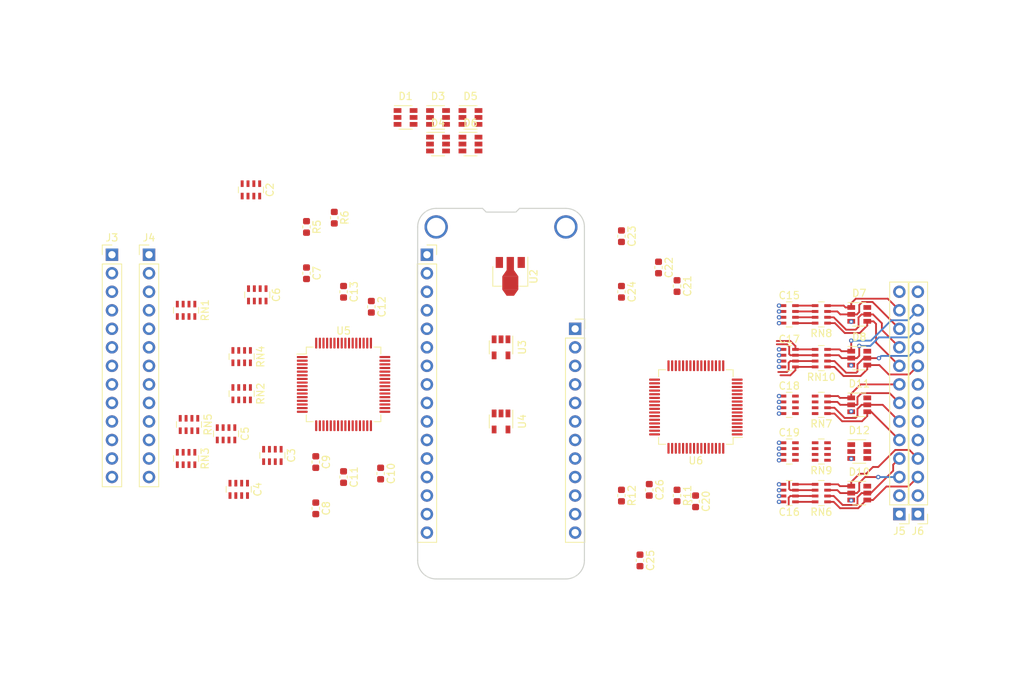
<source format=kicad_pcb>
(kicad_pcb (version 20171130) (host pcbnew 5.1.5+dfsg1-2build2)
  (layers (0 F.Cu signal) (1 In1.Cu power) (2 In2.Cu power) (31 B.Cu signal) (34 B.Paste user hide) (35 F.Paste user hide) (36 B.SilkS user hide) (37 F.SilkS user hide) (38 B.Mask user hide) (39 F.Mask user hide) (44 Edge.Cuts user))
  (net 0 "")
  (net 1 GND)
  (net 2 /TX)
  (net 3 /RX)
  (net 4 /MISO)
  (net 5 /MOSI)
  (net 6 /A5)
  (net 7 /A4)
  (net 8 /A3)
  (net 9 /A2)
  (net 10 /A1)
  (net 11 /A0)
  (net 12 /SDA)
  (net 13 /EN)
  (net 14 /AREF)
  (net 15 VDD)
  (net 16 /SDL)
  (net 17 /VBUS)
  (net 18 /VBAT)
  (net 19 VDDA)
  (net 20 "Net-(U3-Pad4)")
  (net 21 "Net-(U3-Pad3)")
  (net 22 VSSA)
  (net 23 /-3.3V)
  (net 24 "Net-(U5-Pad64)")
  (net 25 "Net-(C7-Pad1)")
  (net 26 "Net-(U5-Pad61)")
  (net 27 "Net-(C12-Pad2)")
  (net 28 "Net-(R6-Pad1)")
  (net 29 "Net-(U5-Pad41)")
  (net 30 "Net-(U5-Pad37)")
  (net 31 "Net-(C10-Pad2)")
  (net 32 "Net-(U5-Pad29)")
  (net 33 "Net-(C11-Pad2)")
  (net 34 "Net-(U5-Pad27)")
  (net 35 "Net-(C9-Pad2)")
  (net 36 "Net-(C8-Pad1)")
  (net 37 "Net-(C4-Pad5)")
  (net 38 "Net-(C5-Pad5)")
  (net 39 "Net-(C4-Pad7)")
  (net 40 "Net-(C5-Pad7)")
  (net 41 "Net-(C3-Pad5)")
  (net 42 "Net-(C6-Pad5)")
  (net 43 "Net-(C6-Pad7)")
  (net 44 "Net-(C3-Pad7)")
  (net 45 /SCLK)
  (net 46 /RESET)
  (net 47 /PWDN)
  (net 48 /Analog-Left/SRB2)
  (net 49 /Analog-Left/1N)
  (net 50 /Analog-Left/2N)
  (net 51 /Analog-Left/3N)
  (net 52 /Analog-Left/4N)
  (net 53 /Analog-Left/5N)
  (net 54 /Analog-Left/6N)
  (net 55 /Analog-Left/7N)
  (net 56 /Analog-Left/8N)
  (net 57 /Analog-Left/BIAS)
  (net 58 /Analog-Left/SRB1)
  (net 59 /Analog-Left/1P)
  (net 60 /Analog-Left/2P)
  (net 61 /Analog-Left/3P)
  (net 62 /Analog-Left/4P)
  (net 63 /Analog-Left/5P)
  (net 64 /Analog-Left/6P)
  (net 65 /Analog-Left/7P)
  (net 66 /Analog-Left/8P)
  (net 67 /Analog-Right/SRB1)
  (net 68 /Analog-Right/1P)
  (net 69 /Analog-Right/2P)
  (net 70 /Analog-Right/3P)
  (net 71 /Analog-Right/4P)
  (net 72 /Analog-Right/5P)
  (net 73 /Analog-Right/6P)
  (net 74 /Analog-Right/7P)
  (net 75 /Analog-Right/8P)
  (net 76 /Analog-Right/BIAS)
  (net 77 /Analog-Right/SRB2)
  (net 78 /Analog-Right/1N)
  (net 79 /Analog-Right/2N)
  (net 80 /Analog-Right/3N)
  (net 81 /Analog-Right/4N)
  (net 82 /Analog-Right/5N)
  (net 83 /Analog-Right/6N)
  (net 84 /Analog-Right/7N)
  (net 85 /Analog-Right/8N)
  (net 86 "Net-(U6-Pad64)")
  (net 87 "Net-(C20-Pad1)")
  (net 88 "Net-(U6-Pad61)")
  (net 89 "Net-(C25-Pad2)")
  (net 90 "Net-(R12-Pad1)")
  (net 91 "Net-(U6-Pad41)")
  (net 92 "Net-(U6-Pad37)")
  (net 93 "Net-(C23-Pad2)")
  (net 94 "Net-(U6-Pad29)")
  (net 95 "Net-(C24-Pad2)")
  (net 96 "Net-(U6-Pad27)")
  (net 97 "Net-(C22-Pad2)")
  (net 98 "Net-(C21-Pad1)")
  (net 99 "Net-(C15-Pad5)")
  (net 100 "Net-(C17-Pad5)")
  (net 101 "Net-(C15-Pad7)")
  (net 102 "Net-(C17-Pad7)")
  (net 103 "Net-(C18-Pad5)")
  (net 104 "Net-(C19-Pad5)")
  (net 105 "Net-(C19-Pad7)")
  (net 106 "Net-(C18-Pad7)")
  (net 107 /D6)
  (net 108 /D5)
  (net 109 /D4)
  (net 110 /D3)
  (net 111 /D2)
  (net 112 /D1)
  (net 113 /Analog-Left/BIAS_DRV)
  (net 114 /Analog-Right/BIAS_DRV)
  (net 115 /NC)
  (net 116 "Net-(C32-Pad2)")
  (net 117 "Net-(C2-Pad4)")
  (net 118 "Net-(C3-Pad6)")
  (net 119 "Net-(C3-Pad8)")
  (net 120 "Net-(C4-Pad6)")
  (net 121 "Net-(C4-Pad8)")
  (net 122 "Net-(C5-Pad6)")
  (net 123 "Net-(C5-Pad8)")
  (net 124 "Net-(C6-Pad6)")
  (net 125 "Net-(C6-Pad8)")
  (net 126 "Net-(C15-Pad6)")
  (net 127 "Net-(C15-Pad8)")
  (net 128 "Net-(C16-Pad4)")
  (net 129 "Net-(C17-Pad6)")
  (net 130 "Net-(C17-Pad8)")
  (net 131 "Net-(C18-Pad6)")
  (net 132 "Net-(C18-Pad8)")
  (net 133 "Net-(C19-Pad6)")
  (net 134 "Net-(C19-Pad8)")
  (net 135 /Analog-Left/8PA)
  (net 136 /Analog-Right/8PA)
  (module Package_TO_SOT_SMD:SOT-23-6 (layer F.Cu) (at 197.7 110.8)
    (fp_text reference D12 (at 0 -2.9) (layer F.SilkS))
    (fp_text value D_TVS_4)
    (pad 5 smd rect (at 1.1 0) (size 1.06 0.65) (layers F.Cu F.Paste F.Mask) (net 83 /Analog-Right/6N))
    (pad 6 smd rect (at 1.1 -0.95) (size 1.06 0.65) (layers F.Cu F.Paste F.Mask))
    (pad 4 smd rect (at 1.1 0.95) (size 1.06 0.65) (layers F.Cu F.Paste F.Mask) (net 84 /Analog-Right/7N))
    (pad 3 smd rect (at -1.1 0.95) (size 1.06 0.65) (layers F.Cu F.Paste F.Mask) (net 1 GND))
    (pad 2 smd rect (at -1.1 0) (size 1.06 0.65) (layers F.Cu F.Paste F.Mask) (net 82 /Analog-Right/5N))
    (pad 1 smd rect (at -1.1 -0.95) (size 1.06 0.65) (layers F.Cu F.Paste F.Mask) (net 81 /Analog-Right/4N))
  )
  (module Package_TO_SOT_SMD:SOT-23-6 (layer F.Cu) (at 197.7 104.4)
    (fp_text reference D11 (at 0 -2.9) (layer F.SilkS))
    (fp_text value D_TVS_4)
    (pad 5 smd rect (at 1.1 0) (size 1.06 0.65) (layers F.Cu F.Paste F.Mask) (net 73 /Analog-Right/6P))
    (pad 6 smd rect (at 1.1 -0.95) (size 1.06 0.65) (layers F.Cu F.Paste F.Mask))
    (pad 4 smd rect (at 1.1 0.95) (size 1.06 0.65) (layers F.Cu F.Paste F.Mask) (net 74 /Analog-Right/7P))
    (pad 3 smd rect (at -1.1 0.95) (size 1.06 0.65) (layers F.Cu F.Paste F.Mask) (net 1 GND))
    (pad 2 smd rect (at -1.1 0) (size 1.06 0.65) (layers F.Cu F.Paste F.Mask) (net 72 /Analog-Right/5P))
    (pad 1 smd rect (at -1.1 -0.95) (size 1.06 0.65) (layers F.Cu F.Paste F.Mask) (net 71 /Analog-Right/4P))
  )
  (module Package_TO_SOT_SMD:SOT-23-6 (layer F.Cu) (at 197.7 116.5)
    (fp_text reference D10 (at 0 -2.9) (layer F.SilkS))
    (fp_text value D_TVS_4)
    (pad 5 smd rect (at 1.1 0) (size 1.06 0.65) (layers F.Cu F.Paste F.Mask) (net 75 /Analog-Right/8P))
    (pad 6 smd rect (at 1.1 -0.95) (size 1.06 0.65) (layers F.Cu F.Paste F.Mask))
    (pad 4 smd rect (at 1.1 0.95) (size 1.06 0.65) (layers F.Cu F.Paste F.Mask) (net 76 /Analog-Right/BIAS))
    (pad 3 smd rect (at -1.1 0.95) (size 1.06 0.65) (layers F.Cu F.Paste F.Mask) (net 1 GND))
    (pad 2 smd rect (at -1.1 0) (size 1.06 0.65) (layers F.Cu F.Paste F.Mask) (net 76 /Analog-Right/BIAS))
    (pad 1 smd rect (at -1.1 -0.95) (size 1.06 0.65) (layers F.Cu F.Paste F.Mask) (net 85 /Analog-Right/8N))
  )
  (module Package_TO_SOT_SMD:SOT-23-6 (layer F.Cu) (at 197.7 98)
    (fp_text reference D8 (at 0 -2.9) (layer F.SilkS))
    (fp_text value D_TVS_4)
    (pad 5 smd rect (at 1.1 0) (size 1.06 0.65) (layers F.Cu F.Paste F.Mask) (net 79 /Analog-Right/2N))
    (pad 6 smd rect (at 1.1 -0.95) (size 1.06 0.65) (layers F.Cu F.Paste F.Mask))
    (pad 4 smd rect (at 1.1 0.95) (size 1.06 0.65) (layers F.Cu F.Paste F.Mask) (net 80 /Analog-Right/3N))
    (pad 3 smd rect (at -1.1 0.95) (size 1.06 0.65) (layers F.Cu F.Paste F.Mask) (net 1 GND))
    (pad 2 smd rect (at -1.1 0) (size 1.06 0.65) (layers F.Cu F.Paste F.Mask) (net 78 /Analog-Right/1N))
    (pad 1 smd rect (at -1.1 -0.95) (size 1.06 0.65) (layers F.Cu F.Paste F.Mask) (net 77 /Analog-Right/SRB2))
  )
  (module Package_TO_SOT_SMD:SOT-23-6 (layer F.Cu) (at 197.7 92)
    (fp_text reference D7 (at 0 -2.9) (layer F.SilkS))
    (fp_text value D_TVS_4)
    (pad 5 smd rect (at 1.1 0) (size 1.06 0.65) (layers F.Cu F.Paste F.Mask) (net 69 /Analog-Right/2P))
    (pad 6 smd rect (at 1.1 -0.95) (size 1.06 0.65) (layers F.Cu F.Paste F.Mask))
    (pad 4 smd rect (at 1.1 0.95) (size 1.06 0.65) (layers F.Cu F.Paste F.Mask) (net 70 /Analog-Right/3P))
    (pad 3 smd rect (at -1.1 0.95) (size 1.06 0.65) (layers F.Cu F.Paste F.Mask) (net 1 GND))
    (pad 2 smd rect (at -1.1 0) (size 1.06 0.65) (layers F.Cu F.Paste F.Mask) (net 68 /Analog-Right/1P))
    (pad 1 smd rect (at -1.1 -0.95) (size 1.06 0.65) (layers F.Cu F.Paste F.Mask) (net 67 /Analog-Right/SRB1))
  )
  (module Package_TO_SOT_SMD:SOT-23-6 (layer F.Cu) (at 144.4 68.65)
    (fp_text reference D6 (at 0 -2.9) (layer F.SilkS))
    (fp_text value D_TVS_4)
    (pad 5 smd rect (at 1.1 0) (size 1.06 0.65) (layers F.Cu F.Paste F.Mask) (net 54 /Analog-Left/6N))
    (pad 6 smd rect (at 1.1 -0.95) (size 1.06 0.65) (layers F.Cu F.Paste F.Mask))
    (pad 4 smd rect (at 1.1 0.95) (size 1.06 0.65) (layers F.Cu F.Paste F.Mask) (net 55 /Analog-Left/7N))
    (pad 3 smd rect (at -1.1 0.95) (size 1.06 0.65) (layers F.Cu F.Paste F.Mask) (net 1 GND))
    (pad 2 smd rect (at -1.1 0) (size 1.06 0.65) (layers F.Cu F.Paste F.Mask) (net 53 /Analog-Left/5N))
    (pad 1 smd rect (at -1.1 -0.95) (size 1.06 0.65) (layers F.Cu F.Paste F.Mask) (net 52 /Analog-Left/4N))
  )
  (module Package_TO_SOT_SMD:SOT-23-6 (layer F.Cu) (at 144.4 65)
    (fp_text reference D5 (at 0 -2.9) (layer F.SilkS))
    (fp_text value D_TVS_4)
    (pad 5 smd rect (at 1.1 0) (size 1.06 0.65) (layers F.Cu F.Paste F.Mask) (net 66 /Analog-Left/8P))
    (pad 6 smd rect (at 1.1 -0.95) (size 1.06 0.65) (layers F.Cu F.Paste F.Mask))
    (pad 4 smd rect (at 1.1 0.95) (size 1.06 0.65) (layers F.Cu F.Paste F.Mask) (net 57 /Analog-Left/BIAS))
    (pad 3 smd rect (at -1.1 0.95) (size 1.06 0.65) (layers F.Cu F.Paste F.Mask) (net 1 GND))
    (pad 2 smd rect (at -1.1 0) (size 1.06 0.65) (layers F.Cu F.Paste F.Mask) (net 57 /Analog-Left/BIAS))
    (pad 1 smd rect (at -1.1 -0.95) (size 1.06 0.65) (layers F.Cu F.Paste F.Mask) (net 56 /Analog-Left/8N))
  )
  (module Package_TO_SOT_SMD:SOT-23-6 (layer F.Cu) (at 139.95 68.65)
    (fp_text reference D4 (at 0 -2.9) (layer F.SilkS))
    (fp_text value D_TVS_4)
    (pad 5 smd rect (at 1.1 0) (size 1.06 0.65) (layers F.Cu F.Paste F.Mask) (net 64 /Analog-Left/6P))
    (pad 6 smd rect (at 1.1 -0.95) (size 1.06 0.65) (layers F.Cu F.Paste F.Mask))
    (pad 4 smd rect (at 1.1 0.95) (size 1.06 0.65) (layers F.Cu F.Paste F.Mask) (net 65 /Analog-Left/7P))
    (pad 3 smd rect (at -1.1 0.95) (size 1.06 0.65) (layers F.Cu F.Paste F.Mask) (net 1 GND))
    (pad 2 smd rect (at -1.1 0) (size 1.06 0.65) (layers F.Cu F.Paste F.Mask) (net 63 /Analog-Left/5P))
    (pad 1 smd rect (at -1.1 -0.95) (size 1.06 0.65) (layers F.Cu F.Paste F.Mask) (net 62 /Analog-Left/4P))
  )
  (module Package_TO_SOT_SMD:SOT-23-6 (layer F.Cu) (at 139.95 65)
    (fp_text reference D3 (at 0 -2.9) (layer F.SilkS))
    (fp_text value D_TVS_4)
    (pad 5 smd rect (at 1.1 0) (size 1.06 0.65) (layers F.Cu F.Paste F.Mask) (net 60 /Analog-Left/2P))
    (pad 6 smd rect (at 1.1 -0.95) (size 1.06 0.65) (layers F.Cu F.Paste F.Mask))
    (pad 4 smd rect (at 1.1 0.95) (size 1.06 0.65) (layers F.Cu F.Paste F.Mask) (net 61 /Analog-Left/3P))
    (pad 3 smd rect (at -1.1 0.95) (size 1.06 0.65) (layers F.Cu F.Paste F.Mask) (net 1 GND))
    (pad 2 smd rect (at -1.1 0) (size 1.06 0.65) (layers F.Cu F.Paste F.Mask) (net 59 /Analog-Left/1P))
    (pad 1 smd rect (at -1.1 -0.95) (size 1.06 0.65) (layers F.Cu F.Paste F.Mask) (net 58 /Analog-Left/SRB1))
  )
  (module Package_TO_SOT_SMD:SOT-23-6 (layer F.Cu) (at 135.5 65)
    (fp_text reference D1 (at 0 -2.9) (layer F.SilkS))
    (fp_text value D_TVS_4)
    (pad 5 smd rect (at 1.1 0) (size 1.06 0.65) (layers F.Cu F.Paste F.Mask) (net 50 /Analog-Left/2N))
    (pad 6 smd rect (at 1.1 -0.95) (size 1.06 0.65) (layers F.Cu F.Paste F.Mask))
    (pad 4 smd rect (at 1.1 0.95) (size 1.06 0.65) (layers F.Cu F.Paste F.Mask) (net 51 /Analog-Left/3N))
    (pad 3 smd rect (at -1.1 0.95) (size 1.06 0.65) (layers F.Cu F.Paste F.Mask) (net 1 GND))
    (pad 2 smd rect (at -1.1 0) (size 1.06 0.65) (layers F.Cu F.Paste F.Mask) (net 49 /Analog-Left/1N))
    (pad 1 smd rect (at -1.1 -0.95) (size 1.06 0.65) (layers F.Cu F.Paste F.Mask) (net 48 /Analog-Left/SRB2))
  )
  (module Capacitor_SMD:C_0603_1608Metric (layer F.Cu) (at 168.91 116.0525 270)
    (fp_text reference C26 (at 0 -1.43 90) (layer F.SilkS))
    (fp_text value 1uF)
    (pad 2 smd roundrect (at 0.7875 0 270) (size 0.875 0.95) (layers F.Cu F.Paste F.Mask) (net 89 "Net-(C25-Pad2)"))
    (pad 1 smd roundrect (at -0.7875 0 270) (size 0.875 0.95) (layers F.Cu F.Paste F.Mask) (net 22 VSSA))
  )
  (module Resistor_SMD:R_Array_Concave_4x0603 (layer F.Cu) (at 192.5 104.4 180)
    (fp_text reference RN7 (at 0 -2.6) (layer F.SilkS))
    (fp_text value 2k2)
    (pad 5 smd rect (at 0.85 1.2 180) (size 0.9 0.4) (layers F.Cu F.Paste F.Mask) (net 132 "Net-(C18-Pad8)"))
    (pad 6 smd rect (at 0.85 0.4 180) (size 0.9 0.4) (layers F.Cu F.Paste F.Mask) (net 106 "Net-(C18-Pad7)"))
    (pad 7 smd rect (at 0.85 -0.4 180) (size 0.9 0.4) (layers F.Cu F.Paste F.Mask) (net 131 "Net-(C18-Pad6)"))
    (pad 8 smd rect (at 0.85 -1.2 180) (size 0.9 0.4) (layers F.Cu F.Paste F.Mask) (net 103 "Net-(C18-Pad5)"))
    (pad 4 smd rect (at -0.85 1.2 180) (size 0.9 0.4) (layers F.Cu F.Paste F.Mask) (net 71 /Analog-Right/4P))
    (pad 1 smd rect (at -0.85 -1.2 180) (size 0.9 0.4) (layers F.Cu F.Paste F.Mask) (net 74 /Analog-Right/7P))
    (pad 3 smd rect (at -0.85 0.4 180) (size 0.9 0.4) (layers F.Cu F.Paste F.Mask) (net 72 /Analog-Right/5P))
    (pad 2 smd rect (at -0.85 -0.4 180) (size 0.9 0.4) (layers F.Cu F.Paste F.Mask) (net 73 /Analog-Right/6P))
  )
  (module Package_TO_SOT_SMD:SOT-23-5 (layer F.Cu) (at 148.59 96.52 270)
    (fp_text reference U3 (at 0 -2.9 90) (layer F.SilkS))
    (fp_text value TLV70025_SOT23-5)
    (pad 5 smd rect (at 1.1 -0.95 270) (size 1.06 0.65) (layers F.Cu F.Paste F.Mask) (net 19 VDDA))
    (pad 4 smd rect (at 1.1 0.95 270) (size 1.06 0.65) (layers F.Cu F.Paste F.Mask) (net 20 "Net-(U3-Pad4)"))
    (pad 3 smd rect (at -1.1 0.95 270) (size 1.06 0.65) (layers F.Cu F.Paste F.Mask) (net 21 "Net-(U3-Pad3)"))
    (pad 2 smd rect (at -1.1 0 270) (size 1.06 0.65) (layers F.Cu F.Paste F.Mask) (net 1 GND))
    (pad 1 smd rect (at -1.1 -0.95 270) (size 1.06 0.65) (layers F.Cu F.Paste F.Mask) (net 15 VDD))
  )
  (module Capacitor_SMD:C_0603_1608Metric (layer F.Cu) (at 127 88.9 270)
    (fp_text reference C13 (at 0 -1.43 90) (layer F.SilkS))
    (fp_text value 1uF)
    (pad 2 smd roundrect (at 0.7875 0 270) (size 0.875 0.95) (layers F.Cu F.Paste F.Mask) (net 27 "Net-(C12-Pad2)"))
    (pad 1 smd roundrect (at -0.7875 0 270) (size 0.875 0.95) (layers F.Cu F.Paste F.Mask) (net 22 VSSA))
  )
  (module Package_TO_SOT_SMD:SOT-89-3 (layer F.Cu) (at 149.86 86.36 270)
    (fp_text reference U2 (at 0.45 -3.2 90) (layer F.SilkS))
    (fp_text value MCP1754-3302E_SOT89)
    (pad 2 smd trapezoid (at -0.0762 0) (size 1.5 1) (rect_delta 0 0.7) (layers F.Cu F.Paste F.Mask) (net 1 GND))
    (pad 2 smd rect (at 1.3335 0 180) (size 2.2 1.84) (layers F.Cu F.Paste F.Mask) (net 1 GND))
    (pad 3 smd rect (at -1.48 1.5 180) (size 1 1.5) (layers F.Cu F.Paste F.Mask) (net 15 VDD))
    (pad 2 smd rect (at -1.3335 0 180) (size 1 1.8) (layers F.Cu F.Paste F.Mask) (net 1 GND))
    (pad 1 smd rect (at -1.48 -1.5 180) (size 1 1.5) (layers F.Cu F.Paste F.Mask) (net 18 /VBAT))
    (pad 2 smd trapezoid (at 2.667 0 180) (size 1.6 0.85) (rect_delta 0 0.6) (layers F.Cu F.Paste F.Mask) (net 1 GND))
  )
  (module MountingHole:MountingHole_2.2mm_M2 (layer F.Cu) (at 158.115 125.73 270)
    (fp_text reference REF** hide)
    (fp_text value MountingHole_2.2mm_M2 hide)
    (pad 1 np_thru_hole circle (at 0 0 270) (size 2.2 2.2) (drill 2.2) (layers *.Cu *.Mask))
  )
  (module Capacitor_SMD:C_0603_1608Metric (layer F.Cu) (at 127 114.3 270)
    (fp_text reference C11 (at 0 -1.43 90) (layer F.SilkS))
    (fp_text value 100uF)
    (pad 2 smd roundrect (at 0.7875 0 270) (size 0.875 0.95) (layers F.Cu F.Paste F.Mask) (net 33 "Net-(C11-Pad2)"))
    (pad 1 smd roundrect (at -0.7875 0 270) (size 0.875 0.95) (layers F.Cu F.Paste F.Mask) (net 22 VSSA))
  )
  (module Resistor_SMD:R_Array_Concave_4x0603 (layer F.Cu) (at 114.3 74.93 270)
    (fp_text reference C2 (at 0 -2.6 90) (layer F.SilkS))
    (fp_text value 1nF)
    (pad 5 smd rect (at 0.85 1.2 270) (size 0.9 0.4) (layers F.Cu F.Paste F.Mask) (net 1 GND))
    (pad 6 smd rect (at 0.85 0.4 270) (size 0.9 0.4) (layers F.Cu F.Paste F.Mask) (net 1 GND))
    (pad 7 smd rect (at 0.85 -0.4 270) (size 0.9 0.4) (layers F.Cu F.Paste F.Mask) (net 1 GND))
    (pad 8 smd rect (at 0.85 -1.2 270) (size 0.9 0.4) (layers F.Cu F.Paste F.Mask) (net 1 GND))
    (pad 4 smd rect (at -0.85 1.2 270) (size 0.9 0.4) (layers F.Cu F.Paste F.Mask) (net 117 "Net-(C2-Pad4)"))
    (pad 1 smd rect (at -0.85 -1.2 270) (size 0.9 0.4) (layers F.Cu F.Paste F.Mask) (net 113 /Analog-Left/BIAS_DRV))
    (pad 3 smd rect (at -0.85 0.4 270) (size 0.9 0.4) (layers F.Cu F.Paste F.Mask) (net 113 /Analog-Left/BIAS_DRV))
    (pad 2 smd rect (at -0.85 -0.4 270) (size 0.9 0.4) (layers F.Cu F.Paste F.Mask) (net 135 /Analog-Left/8PA))
  )
  (module Resistor_SMD:R_Array_Concave_4x0603 (layer F.Cu) (at 105.41 111.76 270)
    (fp_text reference RN3 (at 0 -2.6 90) (layer F.SilkS))
    (fp_text value 2k2)
    (pad 5 smd rect (at 0.85 1.2 270) (size 0.9 0.4) (layers F.Cu F.Paste F.Mask) (net 121 "Net-(C4-Pad8)"))
    (pad 6 smd rect (at 0.85 0.4 270) (size 0.9 0.4) (layers F.Cu F.Paste F.Mask) (net 39 "Net-(C4-Pad7)"))
    (pad 7 smd rect (at 0.85 -0.4 270) (size 0.9 0.4) (layers F.Cu F.Paste F.Mask) (net 120 "Net-(C4-Pad6)"))
    (pad 8 smd rect (at 0.85 -1.2 270) (size 0.9 0.4) (layers F.Cu F.Paste F.Mask) (net 37 "Net-(C4-Pad5)"))
    (pad 4 smd rect (at -0.85 1.2 270) (size 0.9 0.4) (layers F.Cu F.Paste F.Mask) (net 58 /Analog-Left/SRB1))
    (pad 1 smd rect (at -0.85 -1.2 270) (size 0.9 0.4) (layers F.Cu F.Paste F.Mask) (net 61 /Analog-Left/3P))
    (pad 3 smd rect (at -0.85 0.4 270) (size 0.9 0.4) (layers F.Cu F.Paste F.Mask) (net 59 /Analog-Left/1P))
    (pad 2 smd rect (at -0.85 -0.4 270) (size 0.9 0.4) (layers F.Cu F.Paste F.Mask) (net 60 /Analog-Left/2P))
  )
  (module Capacitor_SMD:C_0603_1608Metric (layer F.Cu) (at 165.1 88.9 270)
    (fp_text reference C24 (at 0 -1.43 90) (layer F.SilkS))
    (fp_text value 100uF)
    (pad 2 smd roundrect (at 0.7875 0 270) (size 0.875 0.95) (layers F.Cu F.Paste F.Mask) (net 95 "Net-(C24-Pad2)"))
    (pad 1 smd roundrect (at -0.7875 0 270) (size 0.875 0.95) (layers F.Cu F.Paste F.Mask) (net 22 VSSA))
  )
  (module MountingHole:MountingHole_2.2mm_M2 (layer F.Cu) (at 139.065 125.73 270)
    (fp_text reference REF** hide)
    (fp_text value MountingHole_2.2mm_M2 hide)
    (pad 1 np_thru_hole circle (at 0 0 270) (size 2.2 2.2) (drill 2.2) (layers *.Cu *.Mask))
  )
  (module Connector_PinSocket_2.54mm:PinSocket_1x12_P2.54mm_Vertical (layer F.Cu) (at 158.75 93.98)
    (fp_text reference J2 hide)
    (fp_text value "Adafruit Wing Header Right" hide)
    (pad 12 thru_hole oval (at 0 27.94) (size 1.7 1.7) (drill 1) (layers *.Cu *.Mask) (net 12 /SDA))
    (pad 11 thru_hole oval (at 0 25.4) (size 1.7 1.7) (drill 1) (layers *.Cu *.Mask) (net 16 /SDL))
    (pad 10 thru_hole oval (at 0 22.86) (size 1.7 1.7) (drill 1) (layers *.Cu *.Mask) (net 47 /PWDN))
    (pad 9 thru_hole oval (at 0 20.32) (size 1.7 1.7) (drill 1) (layers *.Cu *.Mask) (net 107 /D6))
    (pad 8 thru_hole oval (at 0 17.78) (size 1.7 1.7) (drill 1) (layers *.Cu *.Mask) (net 108 /D5))
    (pad 7 thru_hole oval (at 0 15.24) (size 1.7 1.7) (drill 1) (layers *.Cu *.Mask) (net 109 /D4))
    (pad 6 thru_hole oval (at 0 12.7) (size 1.7 1.7) (drill 1) (layers *.Cu *.Mask) (net 110 /D3))
    (pad 5 thru_hole oval (at 0 10.16) (size 1.7 1.7) (drill 1) (layers *.Cu *.Mask) (net 111 /D2))
    (pad 4 thru_hole oval (at 0 7.62) (size 1.7 1.7) (drill 1) (layers *.Cu *.Mask) (net 112 /D1))
    (pad 3 thru_hole oval (at 0 5.08) (size 1.7 1.7) (drill 1) (layers *.Cu *.Mask) (net 17 /VBUS))
    (pad 2 thru_hole oval (at 0 2.54) (size 1.7 1.7) (drill 1) (layers *.Cu *.Mask) (net 13 /EN))
    (pad 1 thru_hole rect (at 0 0) (size 1.7 1.7) (drill 1) (layers *.Cu *.Mask) (net 18 /VBAT))
  )
  (module Resistor_SMD:R_Array_Concave_4x0603 (layer F.Cu) (at 188.1 98)
    (fp_text reference C17 (at 0 -2.6) (layer F.SilkS))
    (fp_text value 1nF)
    (pad 5 smd rect (at 0.85 1.2) (size 0.9 0.4) (layers F.Cu F.Paste F.Mask) (net 100 "Net-(C17-Pad5)"))
    (pad 6 smd rect (at 0.85 0.4) (size 0.9 0.4) (layers F.Cu F.Paste F.Mask) (net 129 "Net-(C17-Pad6)"))
    (pad 7 smd rect (at 0.85 -0.4) (size 0.9 0.4) (layers F.Cu F.Paste F.Mask) (net 102 "Net-(C17-Pad7)"))
    (pad 8 smd rect (at 0.85 -1.2) (size 0.9 0.4) (layers F.Cu F.Paste F.Mask) (net 130 "Net-(C17-Pad8)"))
    (pad 4 smd rect (at -0.85 1.2) (size 0.9 0.4) (layers F.Cu F.Paste F.Mask) (net 1 GND))
    (pad 1 smd rect (at -0.85 -1.2) (size 0.9 0.4) (layers F.Cu F.Paste F.Mask) (net 1 GND))
    (pad 3 smd rect (at -0.85 0.4) (size 0.9 0.4) (layers F.Cu F.Paste F.Mask) (net 1 GND))
    (pad 2 smd rect (at -0.85 -0.4) (size 0.9 0.4) (layers F.Cu F.Paste F.Mask) (net 1 GND))
  )
  (module Package_TO_SOT_SMD:SOT-23-5 (layer F.Cu) (at 148.59 106.68 270)
    (fp_text reference U4 (at 0 -2.9 90) (layer F.SilkS))
    (fp_text value TPS72325_SOT23-5)
    (pad 5 smd rect (at 1.1 -0.95 270) (size 1.06 0.65) (layers F.Cu F.Paste F.Mask) (net 22 VSSA))
    (pad 4 smd rect (at 1.1 0.95 270) (size 1.06 0.65) (layers F.Cu F.Paste F.Mask) (net 116 "Net-(C32-Pad2)"))
    (pad 3 smd rect (at -1.1 0.95 270) (size 1.06 0.65) (layers F.Cu F.Paste F.Mask) (net 23 /-3.3V))
    (pad 2 smd rect (at -1.1 0 270) (size 1.06 0.65) (layers F.Cu F.Paste F.Mask) (net 23 /-3.3V))
    (pad 1 smd rect (at -1.1 -0.95 270) (size 1.06 0.65) (layers F.Cu F.Paste F.Mask) (net 1 GND))
  )
  (module Resistor_SMD:R_Array_Concave_4x0603 (layer F.Cu) (at 105.41 91.44 270)
    (fp_text reference RN1 (at 0 -2.6 90) (layer F.SilkS))
    (fp_text value 2k2)
    (pad 5 smd rect (at 0.85 1.2 270) (size 0.9 0.4) (layers F.Cu F.Paste F.Mask) (net 117 "Net-(C2-Pad4)"))
    (pad 6 smd rect (at 0.85 0.4 270) (size 0.9 0.4) (layers F.Cu F.Paste F.Mask) (net 113 /Analog-Left/BIAS_DRV))
    (pad 7 smd rect (at 0.85 -0.4 270) (size 0.9 0.4) (layers F.Cu F.Paste F.Mask) (net 135 /Analog-Left/8PA))
    (pad 8 smd rect (at 0.85 -1.2 270) (size 0.9 0.4) (layers F.Cu F.Paste F.Mask) (net 113 /Analog-Left/BIAS_DRV))
    (pad 4 smd rect (at -0.85 1.2 270) (size 0.9 0.4) (layers F.Cu F.Paste F.Mask) (net 56 /Analog-Left/8N))
    (pad 1 smd rect (at -0.85 -1.2 270) (size 0.9 0.4) (layers F.Cu F.Paste F.Mask) (net 57 /Analog-Left/BIAS))
    (pad 3 smd rect (at -0.85 0.4 270) (size 0.9 0.4) (layers F.Cu F.Paste F.Mask) (net 57 /Analog-Left/BIAS))
    (pad 2 smd rect (at -0.85 -0.4 270) (size 0.9 0.4) (layers F.Cu F.Paste F.Mask) (net 66 /Analog-Left/8P))
  )
  (module MountingHole:MountingHole_2.5mm_Pad (layer F.Cu) (at 139.7 80.01 270)
    (fp_text reference REF** hide)
    (fp_text value MountingHole_2.5mm_Pad hide)
    (pad "" thru_hole circle (at 0 0 270) (size 3.2 3.2) (drill 2.5) (layers *.Cu *.Mask))
  )
  (module Capacitor_SMD:C_0603_1608Metric (layer F.Cu) (at 130.81 90.9575 270)
    (fp_text reference C12 (at 0 -1.43 90) (layer F.SilkS))
    (fp_text value 0.1uF)
    (pad 2 smd roundrect (at 0.7875 0 270) (size 0.875 0.95) (layers F.Cu F.Paste F.Mask) (net 27 "Net-(C12-Pad2)"))
    (pad 1 smd roundrect (at -0.7875 0 270) (size 0.875 0.95) (layers F.Cu F.Paste F.Mask) (net 22 VSSA))
  )
  (module Capacitor_SMD:C_0603_1608Metric (layer F.Cu) (at 123.19 112.2425 270)
    (fp_text reference C9 (at 0 -1.43 90) (layer F.SilkS))
    (fp_text value 1uF)
    (pad 2 smd roundrect (at 0.7875 0 270) (size 0.875 0.95) (layers F.Cu F.Paste F.Mask) (net 35 "Net-(C9-Pad2)"))
    (pad 1 smd roundrect (at -0.7875 0 270) (size 0.875 0.95) (layers F.Cu F.Paste F.Mask) (net 22 VSSA))
  )
  (module Resistor_SMD:R_Array_Concave_4x0603 (layer F.Cu) (at 192.5 116.5 180)
    (fp_text reference RN6 (at 0 -2.6) (layer F.SilkS))
    (fp_text value 2k2)
    (pad 5 smd rect (at 0.85 1.2 180) (size 0.9 0.4) (layers F.Cu F.Paste F.Mask) (net 128 "Net-(C16-Pad4)"))
    (pad 6 smd rect (at 0.85 0.4 180) (size 0.9 0.4) (layers F.Cu F.Paste F.Mask) (net 114 /Analog-Right/BIAS_DRV))
    (pad 7 smd rect (at 0.85 -0.4 180) (size 0.9 0.4) (layers F.Cu F.Paste F.Mask) (net 136 /Analog-Right/8PA))
    (pad 8 smd rect (at 0.85 -1.2 180) (size 0.9 0.4) (layers F.Cu F.Paste F.Mask) (net 114 /Analog-Right/BIAS_DRV))
    (pad 4 smd rect (at -0.85 1.2 180) (size 0.9 0.4) (layers F.Cu F.Paste F.Mask) (net 85 /Analog-Right/8N))
    (pad 1 smd rect (at -0.85 -1.2 180) (size 0.9 0.4) (layers F.Cu F.Paste F.Mask) (net 76 /Analog-Right/BIAS))
    (pad 3 smd rect (at -0.85 0.4 180) (size 0.9 0.4) (layers F.Cu F.Paste F.Mask) (net 76 /Analog-Right/BIAS))
    (pad 2 smd rect (at -0.85 -0.4 180) (size 0.9 0.4) (layers F.Cu F.Paste F.Mask) (net 75 /Analog-Right/8P))
  )
  (module Resistor_SMD:R_Array_Concave_4x0603 (layer F.Cu) (at 113.03 97.79 270)
    (fp_text reference RN4 (at 0 -2.6 90) (layer F.SilkS))
    (fp_text value 2k2)
    (pad 5 smd rect (at 0.85 1.2 270) (size 0.9 0.4) (layers F.Cu F.Paste F.Mask) (net 125 "Net-(C6-Pad8)"))
    (pad 6 smd rect (at 0.85 0.4 270) (size 0.9 0.4) (layers F.Cu F.Paste F.Mask) (net 43 "Net-(C6-Pad7)"))
    (pad 7 smd rect (at 0.85 -0.4 270) (size 0.9 0.4) (layers F.Cu F.Paste F.Mask) (net 124 "Net-(C6-Pad6)"))
    (pad 8 smd rect (at 0.85 -1.2 270) (size 0.9 0.4) (layers F.Cu F.Paste F.Mask) (net 42 "Net-(C6-Pad5)"))
    (pad 4 smd rect (at -0.85 1.2 270) (size 0.9 0.4) (layers F.Cu F.Paste F.Mask) (net 52 /Analog-Left/4N))
    (pad 1 smd rect (at -0.85 -1.2 270) (size 0.9 0.4) (layers F.Cu F.Paste F.Mask) (net 55 /Analog-Left/7N))
    (pad 3 smd rect (at -0.85 0.4 270) (size 0.9 0.4) (layers F.Cu F.Paste F.Mask) (net 53 /Analog-Left/5N))
    (pad 2 smd rect (at -0.85 -0.4 270) (size 0.9 0.4) (layers F.Cu F.Paste F.Mask) (net 54 /Analog-Left/6N))
  )
  (module Resistor_SMD:R_0603_1608Metric (layer F.Cu) (at 172.72 116.84 270)
    (fp_text reference R11 (at 0 -1.43 90) (layer F.SilkS))
    (fp_text value 1M)
    (pad 2 smd roundrect (at 0.7875 0 270) (size 0.875 0.95) (layers F.Cu F.Paste F.Mask) (net 87 "Net-(C20-Pad1)"))
    (pad 1 smd roundrect (at -0.7875 0 270) (size 0.875 0.95) (layers F.Cu F.Paste F.Mask) (net 114 /Analog-Right/BIAS_DRV))
  )
  (module Resistor_SMD:R_Array_Concave_4x0603 (layer F.Cu) (at 192.5 92 180)
    (fp_text reference RN8 (at 0 -2.6) (layer F.SilkS))
    (fp_text value 2k2)
    (pad 5 smd rect (at 0.85 1.2 180) (size 0.9 0.4) (layers F.Cu F.Paste F.Mask) (net 127 "Net-(C15-Pad8)"))
    (pad 6 smd rect (at 0.85 0.4 180) (size 0.9 0.4) (layers F.Cu F.Paste F.Mask) (net 101 "Net-(C15-Pad7)"))
    (pad 7 smd rect (at 0.85 -0.4 180) (size 0.9 0.4) (layers F.Cu F.Paste F.Mask) (net 126 "Net-(C15-Pad6)"))
    (pad 8 smd rect (at 0.85 -1.2 180) (size 0.9 0.4) (layers F.Cu F.Paste F.Mask) (net 99 "Net-(C15-Pad5)"))
    (pad 4 smd rect (at -0.85 1.2 180) (size 0.9 0.4) (layers F.Cu F.Paste F.Mask) (net 67 /Analog-Right/SRB1))
    (pad 1 smd rect (at -0.85 -1.2 180) (size 0.9 0.4) (layers F.Cu F.Paste F.Mask) (net 70 /Analog-Right/3P))
    (pad 3 smd rect (at -0.85 0.4 180) (size 0.9 0.4) (layers F.Cu F.Paste F.Mask) (net 68 /Analog-Right/1P))
    (pad 2 smd rect (at -0.85 -0.4 180) (size 0.9 0.4) (layers F.Cu F.Paste F.Mask) (net 69 /Analog-Right/2P))
  )
  (module Package_QFP:TQFP-64_10x10mm_P0.5mm (layer F.Cu) (at 127 101.6)
    (fp_text reference U5 (at 0 -7.35) (layer F.SilkS))
    (fp_text value ADS1299 hide)
    (pad 64 smd roundrect (at -3.75 -5.6625) (size 0.3 1.475) (layers F.Cu F.Paste F.Mask) (net 24 "Net-(U5-Pad64)"))
    (pad 63 smd roundrect (at -3.25 -5.6625) (size 0.3 1.475) (layers F.Cu F.Paste F.Mask) (net 25 "Net-(C7-Pad1)"))
    (pad 62 smd roundrect (at -2.75 -5.6625) (size 0.3 1.475) (layers F.Cu F.Paste F.Mask) (net 25 "Net-(C7-Pad1)"))
    (pad 61 smd roundrect (at -2.25 -5.6625) (size 0.3 1.475) (layers F.Cu F.Paste F.Mask) (net 26 "Net-(U5-Pad61)"))
    (pad 60 smd roundrect (at -1.75 -5.6625) (size 0.3 1.475) (layers F.Cu F.Paste F.Mask) (net 1 GND))
    (pad 59 smd roundrect (at -1.25 -5.6625) (size 0.3 1.475) (layers F.Cu F.Paste F.Mask) (net 19 VDDA))
    (pad 58 smd roundrect (at -0.75 -5.6625) (size 0.3 1.475) (layers F.Cu F.Paste F.Mask) (net 22 VSSA))
    (pad 57 smd roundrect (at -0.25 -5.6625) (size 0.3 1.475) (layers F.Cu F.Paste F.Mask) (net 22 VSSA))
    (pad 56 smd roundrect (at 0.25 -5.6625) (size 0.3 1.475) (layers F.Cu F.Paste F.Mask) (net 19 VDDA))
    (pad 55 smd roundrect (at 0.75 -5.6625) (size 0.3 1.475) (layers F.Cu F.Paste F.Mask) (net 27 "Net-(C12-Pad2)"))
    (pad 54 smd roundrect (at 1.25 -5.6625) (size 0.3 1.475) (layers F.Cu F.Paste F.Mask) (net 19 VDDA))
    (pad 53 smd roundrect (at 1.75 -5.6625) (size 0.3 1.475) (layers F.Cu F.Paste F.Mask) (net 22 VSSA))
    (pad 52 smd roundrect (at 2.25 -5.6625) (size 0.3 1.475) (layers F.Cu F.Paste F.Mask) (net 28 "Net-(R6-Pad1)"))
    (pad 51 smd roundrect (at 2.75 -5.6625) (size 0.3 1.475) (layers F.Cu F.Paste F.Mask) (net 1 GND))
    (pad 50 smd roundrect (at 3.25 -5.6625) (size 0.3 1.475) (layers F.Cu F.Paste F.Mask) (net 15 VDD))
    (pad 49 smd roundrect (at 3.75 -5.6625) (size 0.3 1.475) (layers F.Cu F.Paste F.Mask) (net 1 GND))
    (pad 48 smd roundrect (at 5.6625 -3.75) (size 1.475 0.3) (layers F.Cu F.Paste F.Mask) (net 15 VDD))
    (pad 47 smd roundrect (at 5.6625 -3.25) (size 1.475 0.3) (layers F.Cu F.Paste F.Mask) (net 6 /A5))
    (pad 46 smd roundrect (at 5.6625 -2.75) (size 1.475 0.3) (layers F.Cu F.Paste F.Mask) (net 10 /A1))
    (pad 45 smd roundrect (at 5.6625 -2.25) (size 1.475 0.3) (layers F.Cu F.Paste F.Mask) (net 9 /A2))
    (pad 44 smd roundrect (at 5.6625 -1.75) (size 1.475 0.3) (layers F.Cu F.Paste F.Mask) (net 8 /A3))
    (pad 43 smd roundrect (at 5.6625 -1.25) (size 1.475 0.3) (layers F.Cu F.Paste F.Mask) (net 4 /MISO))
    (pad 42 smd roundrect (at 5.6625 -0.75) (size 1.475 0.3) (layers F.Cu F.Paste F.Mask) (net 7 /A4))
    (pad 41 smd roundrect (at 5.6625 -0.25) (size 1.475 0.3) (layers F.Cu F.Paste F.Mask) (net 29 "Net-(U5-Pad41)"))
    (pad 40 smd roundrect (at 5.6625 0.25) (size 1.475 0.3) (layers F.Cu F.Paste F.Mask) (net 45 /SCLK))
    (pad 39 smd roundrect (at 5.6625 0.75) (size 1.475 0.3) (layers F.Cu F.Paste F.Mask) (net 12 /SDA))
    (pad 38 smd roundrect (at 5.6625 1.25) (size 1.475 0.3) (layers F.Cu F.Paste F.Mask) (net 11 /A0))
    (pad 37 smd roundrect (at 5.6625 1.75) (size 1.475 0.3) (layers F.Cu F.Paste F.Mask) (net 30 "Net-(U5-Pad37)"))
    (pad 36 smd roundrect (at 5.6625 2.25) (size 1.475 0.3) (layers F.Cu F.Paste F.Mask) (net 46 /RESET))
    (pad 35 smd roundrect (at 5.6625 2.75) (size 1.475 0.3) (layers F.Cu F.Paste F.Mask) (net 47 /PWDN))
    (pad 34 smd roundrect (at 5.6625 3.25) (size 1.475 0.3) (layers F.Cu F.Paste F.Mask) (net 5 /MOSI))
    (pad 33 smd roundrect (at 5.6625 3.75) (size 1.475 0.3) (layers F.Cu F.Paste F.Mask) (net 1 GND))
    (pad 32 smd roundrect (at 3.75 5.6625) (size 0.3 1.475) (layers F.Cu F.Paste F.Mask) (net 22 VSSA))
    (pad 31 smd roundrect (at 3.25 5.6625) (size 0.3 1.475) (layers F.Cu F.Paste F.Mask) (net 1 GND))
    (pad 30 smd roundrect (at 2.75 5.6625) (size 0.3 1.475) (layers F.Cu F.Paste F.Mask) (net 31 "Net-(C10-Pad2)"))
    (pad 29 smd roundrect (at 2.25 5.6625) (size 0.3 1.475) (layers F.Cu F.Paste F.Mask) (net 32 "Net-(U5-Pad29)"))
    (pad 28 smd roundrect (at 1.75 5.6625) (size 0.3 1.475) (layers F.Cu F.Paste F.Mask) (net 33 "Net-(C11-Pad2)"))
    (pad 27 smd roundrect (at 1.25 5.6625) (size 0.3 1.475) (layers F.Cu F.Paste F.Mask) (net 34 "Net-(U5-Pad27)"))
    (pad 26 smd roundrect (at 0.75 5.6625) (size 0.3 1.475) (layers F.Cu F.Paste F.Mask) (net 35 "Net-(C9-Pad2)"))
    (pad 25 smd roundrect (at 0.25 5.6625) (size 0.3 1.475) (layers F.Cu F.Paste F.Mask) (net 22 VSSA))
    (pad 24 smd roundrect (at -0.25 5.6625) (size 0.3 1.475) (layers F.Cu F.Paste F.Mask) (net 36 "Net-(C8-Pad1)"))
    (pad 23 smd roundrect (at -0.75 5.6625) (size 0.3 1.475) (layers F.Cu F.Paste F.Mask) (net 22 VSSA))
    (pad 22 smd roundrect (at -1.25 5.6625) (size 0.3 1.475) (layers F.Cu F.Paste F.Mask) (net 19 VDDA))
    (pad 21 smd roundrect (at -1.75 5.6625) (size 0.3 1.475) (layers F.Cu F.Paste F.Mask) (net 19 VDDA))
    (pad 20 smd roundrect (at -2.25 5.6625) (size 0.3 1.475) (layers F.Cu F.Paste F.Mask) (net 22 VSSA))
    (pad 19 smd roundrect (at -2.75 5.6625) (size 0.3 1.475) (layers F.Cu F.Paste F.Mask) (net 19 VDDA))
    (pad 18 smd roundrect (at -3.25 5.6625) (size 0.3 1.475) (layers F.Cu F.Paste F.Mask) (net 123 "Net-(C5-Pad8)"))
    (pad 17 smd roundrect (at -3.75 5.6625) (size 0.3 1.475) (layers F.Cu F.Paste F.Mask) (net 121 "Net-(C4-Pad8)"))
    (pad 16 smd roundrect (at -5.6625 3.75) (size 1.475 0.3) (layers F.Cu F.Paste F.Mask) (net 39 "Net-(C4-Pad7)"))
    (pad 15 smd roundrect (at -5.6625 3.25) (size 1.475 0.3) (layers F.Cu F.Paste F.Mask) (net 40 "Net-(C5-Pad7)"))
    (pad 14 smd roundrect (at -5.6625 2.75) (size 1.475 0.3) (layers F.Cu F.Paste F.Mask) (net 120 "Net-(C4-Pad6)"))
    (pad 13 smd roundrect (at -5.6625 2.25) (size 1.475 0.3) (layers F.Cu F.Paste F.Mask) (net 122 "Net-(C5-Pad6)"))
    (pad 12 smd roundrect (at -5.6625 1.75) (size 1.475 0.3) (layers F.Cu F.Paste F.Mask) (net 37 "Net-(C4-Pad5)"))
    (pad 11 smd roundrect (at -5.6625 1.25) (size 1.475 0.3) (layers F.Cu F.Paste F.Mask) (net 38 "Net-(C5-Pad5)"))
    (pad 10 smd roundrect (at -5.6625 0.75) (size 1.475 0.3) (layers F.Cu F.Paste F.Mask) (net 119 "Net-(C3-Pad8)"))
    (pad 9 smd roundrect (at -5.6625 0.25) (size 1.475 0.3) (layers F.Cu F.Paste F.Mask) (net 125 "Net-(C6-Pad8)"))
    (pad 8 smd roundrect (at -5.6625 -0.25) (size 1.475 0.3) (layers F.Cu F.Paste F.Mask) (net 44 "Net-(C3-Pad7)"))
    (pad 7 smd roundrect (at -5.6625 -0.75) (size 1.475 0.3) (layers F.Cu F.Paste F.Mask) (net 43 "Net-(C6-Pad7)"))
    (pad 6 smd roundrect (at -5.6625 -1.25) (size 1.475 0.3) (layers F.Cu F.Paste F.Mask) (net 118 "Net-(C3-Pad6)"))
    (pad 5 smd roundrect (at -5.6625 -1.75) (size 1.475 0.3) (layers F.Cu F.Paste F.Mask) (net 124 "Net-(C6-Pad6)"))
    (pad 4 smd roundrect (at -5.6625 -2.25) (size 1.475 0.3) (layers F.Cu F.Paste F.Mask) (net 42 "Net-(C6-Pad5)"))
    (pad 3 smd roundrect (at -5.6625 -2.75) (size 1.475 0.3) (layers F.Cu F.Paste F.Mask) (net 41 "Net-(C3-Pad5)"))
    (pad 2 smd roundrect (at -5.6625 -3.25) (size 1.475 0.3) (layers F.Cu F.Paste F.Mask) (net 135 /Analog-Left/8PA))
    (pad 1 smd roundrect (at -5.6625 -3.75) (size 1.475 0.3) (layers F.Cu F.Paste F.Mask) (net 117 "Net-(C2-Pad4)"))
  )
  (module Resistor_SMD:R_Array_Concave_4x0603 (layer F.Cu) (at 113.03 102.87 270)
    (fp_text reference RN2 (at 0 -2.6 90) (layer F.SilkS))
    (fp_text value 2k2)
    (pad 5 smd rect (at 0.85 1.2 270) (size 0.9 0.4) (layers F.Cu F.Paste F.Mask) (net 119 "Net-(C3-Pad8)"))
    (pad 6 smd rect (at 0.85 0.4 270) (size 0.9 0.4) (layers F.Cu F.Paste F.Mask) (net 44 "Net-(C3-Pad7)"))
    (pad 7 smd rect (at 0.85 -0.4 270) (size 0.9 0.4) (layers F.Cu F.Paste F.Mask) (net 118 "Net-(C3-Pad6)"))
    (pad 8 smd rect (at 0.85 -1.2 270) (size 0.9 0.4) (layers F.Cu F.Paste F.Mask) (net 41 "Net-(C3-Pad5)"))
    (pad 4 smd rect (at -0.85 1.2 270) (size 0.9 0.4) (layers F.Cu F.Paste F.Mask) (net 62 /Analog-Left/4P))
    (pad 1 smd rect (at -0.85 -1.2 270) (size 0.9 0.4) (layers F.Cu F.Paste F.Mask) (net 65 /Analog-Left/7P))
    (pad 3 smd rect (at -0.85 0.4 270) (size 0.9 0.4) (layers F.Cu F.Paste F.Mask) (net 63 /Analog-Left/5P))
    (pad 2 smd rect (at -0.85 -0.4 270) (size 0.9 0.4) (layers F.Cu F.Paste F.Mask) (net 64 /Analog-Left/6P))
  )
  (module Capacitor_SMD:C_0603_1608Metric (layer F.Cu) (at 132.08 113.8175 270)
    (fp_text reference C10 (at 0 -1.43 90) (layer F.SilkS))
    (fp_text value 1uF)
    (pad 2 smd roundrect (at 0.7875 0 270) (size 0.875 0.95) (layers F.Cu F.Paste F.Mask) (net 31 "Net-(C10-Pad2)"))
    (pad 1 smd roundrect (at -0.7875 0 270) (size 0.875 0.95) (layers F.Cu F.Paste F.Mask) (net 22 VSSA))
  )
  (module Resistor_SMD:R_0603_1608Metric (layer F.Cu) (at 125.73 78.74 270)
    (fp_text reference R6 (at 0 -1.43 90) (layer F.SilkS))
    (fp_text value 10k)
    (pad 2 smd roundrect (at 0.7875 0 270) (size 0.875 0.95) (layers F.Cu F.Paste F.Mask) (net 15 VDD))
    (pad 1 smd roundrect (at -0.7875 0 270) (size 0.875 0.95) (layers F.Cu F.Paste F.Mask) (net 28 "Net-(R6-Pad1)"))
  )
  (module Connector_PinSocket_2.54mm:PinSocket_1x16_P2.54mm_Vertical (layer F.Cu) (at 138.43 83.82)
    (fp_text reference J1 hide)
    (fp_text value "Adafruit Wing Header Left" hide)
    (pad 16 thru_hole oval (at 0 38.1) (size 1.7 1.7) (drill 1) (layers *.Cu *.Mask) (net 115 /NC))
    (pad 15 thru_hole oval (at 0 35.56) (size 1.7 1.7) (drill 1) (layers *.Cu *.Mask) (net 2 /TX))
    (pad 14 thru_hole oval (at 0 33.02) (size 1.7 1.7) (drill 1) (layers *.Cu *.Mask) (net 3 /RX))
    (pad 13 thru_hole oval (at 0 30.48) (size 1.7 1.7) (drill 1) (layers *.Cu *.Mask) (net 4 /MISO))
    (pad 12 thru_hole oval (at 0 27.94) (size 1.7 1.7) (drill 1) (layers *.Cu *.Mask) (net 5 /MOSI))
    (pad 11 thru_hole oval (at 0 25.4) (size 1.7 1.7) (drill 1) (layers *.Cu *.Mask) (net 45 /SCLK))
    (pad 10 thru_hole oval (at 0 22.86) (size 1.7 1.7) (drill 1) (layers *.Cu *.Mask) (net 6 /A5))
    (pad 9 thru_hole oval (at 0 20.32) (size 1.7 1.7) (drill 1) (layers *.Cu *.Mask) (net 7 /A4))
    (pad 8 thru_hole oval (at 0 17.78) (size 1.7 1.7) (drill 1) (layers *.Cu *.Mask) (net 8 /A3))
    (pad 7 thru_hole oval (at 0 15.24) (size 1.7 1.7) (drill 1) (layers *.Cu *.Mask) (net 9 /A2))
    (pad 6 thru_hole oval (at 0 12.7) (size 1.7 1.7) (drill 1) (layers *.Cu *.Mask) (net 10 /A1))
    (pad 5 thru_hole oval (at 0 10.16) (size 1.7 1.7) (drill 1) (layers *.Cu *.Mask) (net 11 /A0))
    (pad 4 thru_hole oval (at 0 7.62) (size 1.7 1.7) (drill 1) (layers *.Cu *.Mask) (net 1 GND))
    (pad 3 thru_hole oval (at 0 5.08) (size 1.7 1.7) (drill 1) (layers *.Cu *.Mask) (net 14 /AREF))
    (pad 2 thru_hole oval (at 0 2.54) (size 1.7 1.7) (drill 1) (layers *.Cu *.Mask) (net 15 VDD))
    (pad 1 thru_hole rect (at 0 0) (size 1.7 1.7) (drill 1) (layers *.Cu *.Mask) (net 46 /RESET))
  )
  (module Resistor_SMD:R_Array_Concave_4x0603 (layer F.Cu) (at 117.24 111.34 270)
    (fp_text reference C3 (at 0 -2.6 90) (layer F.SilkS))
    (fp_text value 1nF)
    (pad 5 smd rect (at 0.85 1.2 270) (size 0.9 0.4) (layers F.Cu F.Paste F.Mask) (net 41 "Net-(C3-Pad5)"))
    (pad 6 smd rect (at 0.85 0.4 270) (size 0.9 0.4) (layers F.Cu F.Paste F.Mask) (net 118 "Net-(C3-Pad6)"))
    (pad 7 smd rect (at 0.85 -0.4 270) (size 0.9 0.4) (layers F.Cu F.Paste F.Mask) (net 44 "Net-(C3-Pad7)"))
    (pad 8 smd rect (at 0.85 -1.2 270) (size 0.9 0.4) (layers F.Cu F.Paste F.Mask) (net 119 "Net-(C3-Pad8)"))
    (pad 4 smd rect (at -0.85 1.2 270) (size 0.9 0.4) (layers F.Cu F.Paste F.Mask) (net 1 GND))
    (pad 1 smd rect (at -0.85 -1.2 270) (size 0.9 0.4) (layers F.Cu F.Paste F.Mask) (net 1 GND))
    (pad 3 smd rect (at -0.85 0.4 270) (size 0.9 0.4) (layers F.Cu F.Paste F.Mask) (net 1 GND))
    (pad 2 smd rect (at -0.85 -0.4 270) (size 0.9 0.4) (layers F.Cu F.Paste F.Mask) (net 1 GND))
  )
  (module Resistor_SMD:R_Array_Concave_4x0603 (layer F.Cu) (at 188.1 116.5 180)
    (fp_text reference C16 (at 0 -2.6) (layer F.SilkS))
    (fp_text value 1nF)
    (pad 5 smd rect (at 0.85 1.2 180) (size 0.9 0.4) (layers F.Cu F.Paste F.Mask) (net 1 GND))
    (pad 6 smd rect (at 0.85 0.4 180) (size 0.9 0.4) (layers F.Cu F.Paste F.Mask) (net 1 GND))
    (pad 7 smd rect (at 0.85 -0.4 180) (size 0.9 0.4) (layers F.Cu F.Paste F.Mask) (net 1 GND))
    (pad 8 smd rect (at 0.85 -1.2 180) (size 0.9 0.4) (layers F.Cu F.Paste F.Mask) (net 1 GND))
    (pad 4 smd rect (at -0.85 1.2 180) (size 0.9 0.4) (layers F.Cu F.Paste F.Mask) (net 128 "Net-(C16-Pad4)"))
    (pad 1 smd rect (at -0.85 -1.2 180) (size 0.9 0.4) (layers F.Cu F.Paste F.Mask) (net 114 /Analog-Right/BIAS_DRV))
    (pad 3 smd rect (at -0.85 0.4 180) (size 0.9 0.4) (layers F.Cu F.Paste F.Mask) (net 114 /Analog-Right/BIAS_DRV))
    (pad 2 smd rect (at -0.85 -0.4 180) (size 0.9 0.4) (layers F.Cu F.Paste F.Mask) (net 136 /Analog-Right/8PA))
  )
  (module Capacitor_SMD:C_0603_1608Metric (layer F.Cu) (at 172.72 88.1125 270)
    (fp_text reference C21 (at 0 -1.43 90) (layer F.SilkS))
    (fp_text value 10uF)
    (pad 2 smd roundrect (at 0.7875 0 270) (size 0.875 0.95) (layers F.Cu F.Paste F.Mask) (net 22 VSSA))
    (pad 1 smd roundrect (at -0.7875 0 270) (size 0.875 0.95) (layers F.Cu F.Paste F.Mask) (net 98 "Net-(C21-Pad1)"))
  )
  (module Resistor_SMD:R_0603_1608Metric (layer F.Cu) (at 121.92 80.01 270)
    (fp_text reference R5 (at 0 -1.43 90) (layer F.SilkS))
    (fp_text value 1M)
    (pad 2 smd roundrect (at 0.7875 0 270) (size 0.875 0.95) (layers F.Cu F.Paste F.Mask) (net 25 "Net-(C7-Pad1)"))
    (pad 1 smd roundrect (at -0.7875 0 270) (size 0.875 0.95) (layers F.Cu F.Paste F.Mask) (net 113 /Analog-Left/BIAS_DRV))
  )
  (module Resistor_SMD:R_Array_Concave_4x0603 (layer F.Cu) (at 192.5 110.8 180)
    (fp_text reference RN9 (at 0 -2.6) (layer F.SilkS))
    (fp_text value 2k2)
    (pad 5 smd rect (at 0.85 1.2 180) (size 0.9 0.4) (layers F.Cu F.Paste F.Mask) (net 134 "Net-(C19-Pad8)"))
    (pad 6 smd rect (at 0.85 0.4 180) (size 0.9 0.4) (layers F.Cu F.Paste F.Mask) (net 105 "Net-(C19-Pad7)"))
    (pad 7 smd rect (at 0.85 -0.4 180) (size 0.9 0.4) (layers F.Cu F.Paste F.Mask) (net 133 "Net-(C19-Pad6)"))
    (pad 8 smd rect (at 0.85 -1.2 180) (size 0.9 0.4) (layers F.Cu F.Paste F.Mask) (net 104 "Net-(C19-Pad5)"))
    (pad 4 smd rect (at -0.85 1.2 180) (size 0.9 0.4) (layers F.Cu F.Paste F.Mask) (net 81 /Analog-Right/4N))
    (pad 1 smd rect (at -0.85 -1.2 180) (size 0.9 0.4) (layers F.Cu F.Paste F.Mask) (net 84 /Analog-Right/7N))
    (pad 3 smd rect (at -0.85 0.4 180) (size 0.9 0.4) (layers F.Cu F.Paste F.Mask) (net 82 /Analog-Right/5N))
    (pad 2 smd rect (at -0.85 -0.4 180) (size 0.9 0.4) (layers F.Cu F.Paste F.Mask) (net 83 /Analog-Right/6N))
  )
  (module Capacitor_SMD:C_0603_1608Metric (layer F.Cu) (at 121.92 86.36 270)
    (fp_text reference C7 (at 0 -1.43 90) (layer F.SilkS))
    (fp_text value 1nF)
    (pad 2 smd roundrect (at 0.7875 0 270) (size 0.875 0.95) (layers F.Cu F.Paste F.Mask) (net 113 /Analog-Left/BIAS_DRV))
    (pad 1 smd roundrect (at -0.7875 0 270) (size 0.875 0.95) (layers F.Cu F.Paste F.Mask) (net 25 "Net-(C7-Pad1)"))
  )
  (module Capacitor_SMD:C_0603_1608Metric (layer F.Cu) (at 170.18 85.5725 270)
    (fp_text reference C22 (at 0 -1.43 90) (layer F.SilkS))
    (fp_text value 1uF)
    (pad 2 smd roundrect (at 0.7875 0 270) (size 0.875 0.95) (layers F.Cu F.Paste F.Mask) (net 97 "Net-(C22-Pad2)"))
    (pad 1 smd roundrect (at -0.7875 0 270) (size 0.875 0.95) (layers F.Cu F.Paste F.Mask) (net 22 VSSA))
  )
  (module Capacitor_SMD:C_0603_1608Metric (layer F.Cu) (at 165.1 81.28 270)
    (fp_text reference C23 (at 0 -1.43 90) (layer F.SilkS))
    (fp_text value 1uF)
    (pad 2 smd roundrect (at 0.7875 0 270) (size 0.875 0.95) (layers F.Cu F.Paste F.Mask) (net 93 "Net-(C23-Pad2)"))
    (pad 1 smd roundrect (at -0.7875 0 270) (size 0.875 0.95) (layers F.Cu F.Paste F.Mask) (net 22 VSSA))
  )
  (module Resistor_SMD:R_Array_Concave_4x0603 (layer F.Cu) (at 192.5 98 180)
    (fp_text reference RN10 (at 0 -2.6) (layer F.SilkS))
    (fp_text value 2k2)
    (pad 5 smd rect (at 0.85 1.2 180) (size 0.9 0.4) (layers F.Cu F.Paste F.Mask) (net 130 "Net-(C17-Pad8)"))
    (pad 6 smd rect (at 0.85 0.4 180) (size 0.9 0.4) (layers F.Cu F.Paste F.Mask) (net 102 "Net-(C17-Pad7)"))
    (pad 7 smd rect (at 0.85 -0.4 180) (size 0.9 0.4) (layers F.Cu F.Paste F.Mask) (net 129 "Net-(C17-Pad6)"))
    (pad 8 smd rect (at 0.85 -1.2 180) (size 0.9 0.4) (layers F.Cu F.Paste F.Mask) (net 100 "Net-(C17-Pad5)"))
    (pad 4 smd rect (at -0.85 1.2 180) (size 0.9 0.4) (layers F.Cu F.Paste F.Mask) (net 77 /Analog-Right/SRB2))
    (pad 1 smd rect (at -0.85 -1.2 180) (size 0.9 0.4) (layers F.Cu F.Paste F.Mask) (net 80 /Analog-Right/3N))
    (pad 3 smd rect (at -0.85 0.4 180) (size 0.9 0.4) (layers F.Cu F.Paste F.Mask) (net 78 /Analog-Right/1N))
    (pad 2 smd rect (at -0.85 -0.4 180) (size 0.9 0.4) (layers F.Cu F.Paste F.Mask) (net 79 /Analog-Right/2N))
  )
  (module Resistor_SMD:R_Array_Concave_4x0603 (layer F.Cu) (at 105.81 107.1 270)
    (fp_text reference RN5 (at 0 -2.6 90) (layer F.SilkS))
    (fp_text value 2k2)
    (pad 5 smd rect (at 0.85 1.2 270) (size 0.9 0.4) (layers F.Cu F.Paste F.Mask) (net 123 "Net-(C5-Pad8)"))
    (pad 6 smd rect (at 0.85 0.4 270) (size 0.9 0.4) (layers F.Cu F.Paste F.Mask) (net 40 "Net-(C5-Pad7)"))
    (pad 7 smd rect (at 0.85 -0.4 270) (size 0.9 0.4) (layers F.Cu F.Paste F.Mask) (net 122 "Net-(C5-Pad6)"))
    (pad 8 smd rect (at 0.85 -1.2 270) (size 0.9 0.4) (layers F.Cu F.Paste F.Mask) (net 38 "Net-(C5-Pad5)"))
    (pad 4 smd rect (at -0.85 1.2 270) (size 0.9 0.4) (layers F.Cu F.Paste F.Mask) (net 48 /Analog-Left/SRB2))
    (pad 1 smd rect (at -0.85 -1.2 270) (size 0.9 0.4) (layers F.Cu F.Paste F.Mask) (net 51 /Analog-Left/3N))
    (pad 3 smd rect (at -0.85 0.4 270) (size 0.9 0.4) (layers F.Cu F.Paste F.Mask) (net 49 /Analog-Left/1N))
    (pad 2 smd rect (at -0.85 -0.4 270) (size 0.9 0.4) (layers F.Cu F.Paste F.Mask) (net 50 /Analog-Left/2N))
  )
  (module Resistor_SMD:R_Array_Concave_4x0603 (layer F.Cu) (at 112.63 115.99 270)
    (fp_text reference C4 (at 0 -2.6 90) (layer F.SilkS))
    (fp_text value 1nF)
    (pad 5 smd rect (at 0.85 1.2 270) (size 0.9 0.4) (layers F.Cu F.Paste F.Mask) (net 37 "Net-(C4-Pad5)"))
    (pad 6 smd rect (at 0.85 0.4 270) (size 0.9 0.4) (layers F.Cu F.Paste F.Mask) (net 120 "Net-(C4-Pad6)"))
    (pad 7 smd rect (at 0.85 -0.4 270) (size 0.9 0.4) (layers F.Cu F.Paste F.Mask) (net 39 "Net-(C4-Pad7)"))
    (pad 8 smd rect (at 0.85 -1.2 270) (size 0.9 0.4) (layers F.Cu F.Paste F.Mask) (net 121 "Net-(C4-Pad8)"))
    (pad 4 smd rect (at -0.85 1.2 270) (size 0.9 0.4) (layers F.Cu F.Paste F.Mask) (net 1 GND))
    (pad 1 smd rect (at -0.85 -1.2 270) (size 0.9 0.4) (layers F.Cu F.Paste F.Mask) (net 1 GND))
    (pad 3 smd rect (at -0.85 0.4 270) (size 0.9 0.4) (layers F.Cu F.Paste F.Mask) (net 1 GND))
    (pad 2 smd rect (at -0.85 -0.4 270) (size 0.9 0.4) (layers F.Cu F.Paste F.Mask) (net 1 GND))
  )
  (module Capacitor_SMD:C_0603_1608Metric (layer F.Cu) (at 175.26 117.6275 270)
    (fp_text reference C20 (at 0 -1.43 90) (layer F.SilkS))
    (fp_text value 1nF)
    (pad 2 smd roundrect (at 0.7875 0 270) (size 0.875 0.95) (layers F.Cu F.Paste F.Mask) (net 114 /Analog-Right/BIAS_DRV))
    (pad 1 smd roundrect (at -0.7875 0 270) (size 0.875 0.95) (layers F.Cu F.Paste F.Mask) (net 87 "Net-(C20-Pad1)"))
  )
  (module Resistor_SMD:R_0603_1608Metric (layer F.Cu) (at 165.1 116.84 270)
    (fp_text reference R12 (at 0 -1.43 90) (layer F.SilkS))
    (fp_text value 10k)
    (pad 2 smd roundrect (at 0.7875 0 270) (size 0.875 0.95) (layers F.Cu F.Paste F.Mask) (net 15 VDD))
    (pad 1 smd roundrect (at -0.7875 0 270) (size 0.875 0.95) (layers F.Cu F.Paste F.Mask) (net 90 "Net-(R12-Pad1)"))
  )
  (module Resistor_SMD:R_Array_Concave_4x0603 (layer F.Cu) (at 188.1 92)
    (fp_text reference C15 (at 0 -2.6) (layer F.SilkS))
    (fp_text value 1nF)
    (pad 5 smd rect (at 0.85 1.2) (size 0.9 0.4) (layers F.Cu F.Paste F.Mask) (net 99 "Net-(C15-Pad5)"))
    (pad 6 smd rect (at 0.85 0.4) (size 0.9 0.4) (layers F.Cu F.Paste F.Mask) (net 126 "Net-(C15-Pad6)"))
    (pad 7 smd rect (at 0.85 -0.4) (size 0.9 0.4) (layers F.Cu F.Paste F.Mask) (net 101 "Net-(C15-Pad7)"))
    (pad 8 smd rect (at 0.85 -1.2) (size 0.9 0.4) (layers F.Cu F.Paste F.Mask) (net 127 "Net-(C15-Pad8)"))
    (pad 4 smd rect (at -0.85 1.2) (size 0.9 0.4) (layers F.Cu F.Paste F.Mask) (net 1 GND))
    (pad 1 smd rect (at -0.85 -1.2) (size 0.9 0.4) (layers F.Cu F.Paste F.Mask) (net 1 GND))
    (pad 3 smd rect (at -0.85 0.4) (size 0.9 0.4) (layers F.Cu F.Paste F.Mask) (net 1 GND))
    (pad 2 smd rect (at -0.85 -0.4) (size 0.9 0.4) (layers F.Cu F.Paste F.Mask) (net 1 GND))
  )
  (module MountingHole:MountingHole_2.5mm_Pad (layer F.Cu) (at 157.48 80.01 270)
    (fp_text reference REF** hide)
    (fp_text value MountingHole_2.5mm_Pad hide)
    (pad "" thru_hole circle (at 0 0 270) (size 3.2 3.2) (drill 2.5) (layers *.Cu *.Mask))
  )
  (module Capacitor_SMD:C_0603_1608Metric (layer F.Cu) (at 167.64 125.73 270)
    (fp_text reference C25 (at 0 -1.43 90) (layer F.SilkS))
    (fp_text value 0.1uF)
    (pad 2 smd roundrect (at 0.7875 0 270) (size 0.875 0.95) (layers F.Cu F.Paste F.Mask) (net 89 "Net-(C25-Pad2)"))
    (pad 1 smd roundrect (at -0.7875 0 270) (size 0.875 0.95) (layers F.Cu F.Paste F.Mask) (net 22 VSSA))
  )
  (module Resistor_SMD:R_Array_Concave_4x0603 (layer F.Cu) (at 188.1 110.8)
    (fp_text reference C19 (at 0 -2.6) (layer F.SilkS))
    (fp_text value 1nF)
    (pad 5 smd rect (at 0.85 1.2) (size 0.9 0.4) (layers F.Cu F.Paste F.Mask) (net 104 "Net-(C19-Pad5)"))
    (pad 6 smd rect (at 0.85 0.4) (size 0.9 0.4) (layers F.Cu F.Paste F.Mask) (net 133 "Net-(C19-Pad6)"))
    (pad 7 smd rect (at 0.85 -0.4) (size 0.9 0.4) (layers F.Cu F.Paste F.Mask) (net 105 "Net-(C19-Pad7)"))
    (pad 8 smd rect (at 0.85 -1.2) (size 0.9 0.4) (layers F.Cu F.Paste F.Mask) (net 134 "Net-(C19-Pad8)"))
    (pad 4 smd rect (at -0.85 1.2) (size 0.9 0.4) (layers F.Cu F.Paste F.Mask) (net 1 GND))
    (pad 1 smd rect (at -0.85 -1.2) (size 0.9 0.4) (layers F.Cu F.Paste F.Mask) (net 1 GND))
    (pad 3 smd rect (at -0.85 0.4) (size 0.9 0.4) (layers F.Cu F.Paste F.Mask) (net 1 GND))
    (pad 2 smd rect (at -0.85 -0.4) (size 0.9 0.4) (layers F.Cu F.Paste F.Mask) (net 1 GND))
  )
  (module Capacitor_SMD:C_0603_1608Metric (layer F.Cu) (at 123.19 118.5925 270)
    (fp_text reference C8 (at 0 -1.43 90) (layer F.SilkS))
    (fp_text value 10uF)
    (pad 2 smd roundrect (at 0.7875 0 270) (size 0.875 0.95) (layers F.Cu F.Paste F.Mask) (net 22 VSSA))
    (pad 1 smd roundrect (at -0.7875 0 270) (size 0.875 0.95) (layers F.Cu F.Paste F.Mask) (net 36 "Net-(C8-Pad1)"))
  )
  (module Resistor_SMD:R_Array_Concave_4x0603 (layer F.Cu) (at 110.89 108.37 270)
    (fp_text reference C5 (at 0 -2.6 90) (layer F.SilkS))
    (fp_text value 1nF)
    (pad 5 smd rect (at 0.85 1.2 270) (size 0.9 0.4) (layers F.Cu F.Paste F.Mask) (net 38 "Net-(C5-Pad5)"))
    (pad 6 smd rect (at 0.85 0.4 270) (size 0.9 0.4) (layers F.Cu F.Paste F.Mask) (net 122 "Net-(C5-Pad6)"))
    (pad 7 smd rect (at 0.85 -0.4 270) (size 0.9 0.4) (layers F.Cu F.Paste F.Mask) (net 40 "Net-(C5-Pad7)"))
    (pad 8 smd rect (at 0.85 -1.2 270) (size 0.9 0.4) (layers F.Cu F.Paste F.Mask) (net 123 "Net-(C5-Pad8)"))
    (pad 4 smd rect (at -0.85 1.2 270) (size 0.9 0.4) (layers F.Cu F.Paste F.Mask) (net 1 GND))
    (pad 1 smd rect (at -0.85 -1.2 270) (size 0.9 0.4) (layers F.Cu F.Paste F.Mask) (net 1 GND))
    (pad 3 smd rect (at -0.85 0.4 270) (size 0.9 0.4) (layers F.Cu F.Paste F.Mask) (net 1 GND))
    (pad 2 smd rect (at -0.85 -0.4 270) (size 0.9 0.4) (layers F.Cu F.Paste F.Mask) (net 1 GND))
  )
  (module Resistor_SMD:R_Array_Concave_4x0603 (layer F.Cu) (at 115.17 89.32 270)
    (fp_text reference C6 (at 0 -2.6 90) (layer F.SilkS))
    (fp_text value 1nF)
    (pad 5 smd rect (at 0.85 1.2 270) (size 0.9 0.4) (layers F.Cu F.Paste F.Mask) (net 42 "Net-(C6-Pad5)"))
    (pad 6 smd rect (at 0.85 0.4 270) (size 0.9 0.4) (layers F.Cu F.Paste F.Mask) (net 124 "Net-(C6-Pad6)"))
    (pad 7 smd rect (at 0.85 -0.4 270) (size 0.9 0.4) (layers F.Cu F.Paste F.Mask) (net 43 "Net-(C6-Pad7)"))
    (pad 8 smd rect (at 0.85 -1.2 270) (size 0.9 0.4) (layers F.Cu F.Paste F.Mask) (net 125 "Net-(C6-Pad8)"))
    (pad 4 smd rect (at -0.85 1.2 270) (size 0.9 0.4) (layers F.Cu F.Paste F.Mask) (net 1 GND))
    (pad 1 smd rect (at -0.85 -1.2 270) (size 0.9 0.4) (layers F.Cu F.Paste F.Mask) (net 1 GND))
    (pad 3 smd rect (at -0.85 0.4 270) (size 0.9 0.4) (layers F.Cu F.Paste F.Mask) (net 1 GND))
    (pad 2 smd rect (at -0.85 -0.4 270) (size 0.9 0.4) (layers F.Cu F.Paste F.Mask) (net 1 GND))
  )
  (module Resistor_SMD:R_Array_Concave_4x0603 (layer F.Cu) (at 188.1 104.4)
    (fp_text reference C18 (at 0 -2.6) (layer F.SilkS))
    (fp_text value 1nF)
    (pad 5 smd rect (at 0.85 1.2) (size 0.9 0.4) (layers F.Cu F.Paste F.Mask) (net 103 "Net-(C18-Pad5)"))
    (pad 6 smd rect (at 0.85 0.4) (size 0.9 0.4) (layers F.Cu F.Paste F.Mask) (net 131 "Net-(C18-Pad6)"))
    (pad 7 smd rect (at 0.85 -0.4) (size 0.9 0.4) (layers F.Cu F.Paste F.Mask) (net 106 "Net-(C18-Pad7)"))
    (pad 8 smd rect (at 0.85 -1.2) (size 0.9 0.4) (layers F.Cu F.Paste F.Mask) (net 132 "Net-(C18-Pad8)"))
    (pad 4 smd rect (at -0.85 1.2) (size 0.9 0.4) (layers F.Cu F.Paste F.Mask) (net 1 GND))
    (pad 1 smd rect (at -0.85 -1.2) (size 0.9 0.4) (layers F.Cu F.Paste F.Mask) (net 1 GND))
    (pad 3 smd rect (at -0.85 0.4) (size 0.9 0.4) (layers F.Cu F.Paste F.Mask) (net 1 GND))
    (pad 2 smd rect (at -0.85 -0.4) (size 0.9 0.4) (layers F.Cu F.Paste F.Mask) (net 1 GND))
  )
  (module Connector_PinHeader_2.54mm:PinHeader_1x13_P2.54mm_Vertical (layer F.Cu) (at 203.2 119.38 180)
    (fp_text reference J5 (at 0 -2.33) (layer F.SilkS))
    (fp_text value Conn_01x13 hide)
    (pad 13 thru_hole oval (at 0 30.48 180) (size 1.7 1.7) (drill 1) (layers *.Cu *.Mask) (net 22 VSSA))
    (pad 12 thru_hole oval (at 0 27.94 180) (size 1.7 1.7) (drill 1) (layers *.Cu *.Mask) (net 67 /Analog-Right/SRB1))
    (pad 11 thru_hole oval (at 0 25.4 180) (size 1.7 1.7) (drill 1) (layers *.Cu *.Mask) (net 68 /Analog-Right/1P))
    (pad 10 thru_hole oval (at 0 22.86 180) (size 1.7 1.7) (drill 1) (layers *.Cu *.Mask) (net 69 /Analog-Right/2P))
    (pad 9 thru_hole oval (at 0 20.32 180) (size 1.7 1.7) (drill 1) (layers *.Cu *.Mask) (net 70 /Analog-Right/3P))
    (pad 8 thru_hole oval (at 0 17.78 180) (size 1.7 1.7) (drill 1) (layers *.Cu *.Mask) (net 71 /Analog-Right/4P))
    (pad 7 thru_hole oval (at 0 15.24 180) (size 1.7 1.7) (drill 1) (layers *.Cu *.Mask) (net 72 /Analog-Right/5P))
    (pad 6 thru_hole oval (at 0 12.7 180) (size 1.7 1.7) (drill 1) (layers *.Cu *.Mask) (net 73 /Analog-Right/6P))
    (pad 5 thru_hole oval (at 0 10.16 180) (size 1.7 1.7) (drill 1) (layers *.Cu *.Mask) (net 74 /Analog-Right/7P))
    (pad 4 thru_hole oval (at 0 7.62 180) (size 1.7 1.7) (drill 1) (layers *.Cu *.Mask) (net 75 /Analog-Right/8P))
    (pad 3 thru_hole oval (at 0 5.08 180) (size 1.7 1.7) (drill 1) (layers *.Cu *.Mask) (net 76 /Analog-Right/BIAS))
    (pad 2 thru_hole oval (at 0 2.54 180) (size 1.7 1.7) (drill 1) (layers *.Cu *.Mask) (net 1 GND))
    (pad 1 thru_hole rect (at 0 0 180) (size 1.7 1.7) (drill 1) (layers *.Cu *.Mask) (net 19 VDDA))
  )
  (module Connector_PinHeader_2.54mm:PinHeader_1x13_P2.54mm_Vertical (layer F.Cu) (at 95.25 83.82)
    (fp_text reference J3 (at 0 -2.33) (layer F.SilkS))
    (fp_text value Conn_01x13 hide)
    (pad 13 thru_hole oval (at 0 30.48) (size 1.7 1.7) (drill 1) (layers *.Cu *.Mask) (net 22 VSSA))
    (pad 12 thru_hole oval (at 0 27.94) (size 1.7 1.7) (drill 1) (layers *.Cu *.Mask) (net 48 /Analog-Left/SRB2))
    (pad 11 thru_hole oval (at 0 25.4) (size 1.7 1.7) (drill 1) (layers *.Cu *.Mask) (net 49 /Analog-Left/1N))
    (pad 10 thru_hole oval (at 0 22.86) (size 1.7 1.7) (drill 1) (layers *.Cu *.Mask) (net 50 /Analog-Left/2N))
    (pad 9 thru_hole oval (at 0 20.32) (size 1.7 1.7) (drill 1) (layers *.Cu *.Mask) (net 51 /Analog-Left/3N))
    (pad 8 thru_hole oval (at 0 17.78) (size 1.7 1.7) (drill 1) (layers *.Cu *.Mask) (net 52 /Analog-Left/4N))
    (pad 7 thru_hole oval (at 0 15.24) (size 1.7 1.7) (drill 1) (layers *.Cu *.Mask) (net 53 /Analog-Left/5N))
    (pad 6 thru_hole oval (at 0 12.7) (size 1.7 1.7) (drill 1) (layers *.Cu *.Mask) (net 54 /Analog-Left/6N))
    (pad 5 thru_hole oval (at 0 10.16) (size 1.7 1.7) (drill 1) (layers *.Cu *.Mask) (net 55 /Analog-Left/7N))
    (pad 4 thru_hole oval (at 0 7.62) (size 1.7 1.7) (drill 1) (layers *.Cu *.Mask) (net 56 /Analog-Left/8N))
    (pad 3 thru_hole oval (at 0 5.08) (size 1.7 1.7) (drill 1) (layers *.Cu *.Mask) (net 57 /Analog-Left/BIAS))
    (pad 2 thru_hole oval (at 0 2.54) (size 1.7 1.7) (drill 1) (layers *.Cu *.Mask) (net 1 GND))
    (pad 1 thru_hole rect (at 0 0) (size 1.7 1.7) (drill 1) (layers *.Cu *.Mask) (net 19 VDDA))
  )
  (module Package_QFP:TQFP-64_10x10mm_P0.5mm (layer F.Cu) (at 175.3 104.7 180)
    (fp_text reference U6 (at 0 -7.35) (layer F.SilkS))
    (fp_text value ADS1299 hide)
    (pad 64 smd roundrect (at -3.75 -5.6625 180) (size 0.3 1.475) (layers F.Cu F.Paste F.Mask) (net 86 "Net-(U6-Pad64)"))
    (pad 63 smd roundrect (at -3.25 -5.6625 180) (size 0.3 1.475) (layers F.Cu F.Paste F.Mask) (net 87 "Net-(C20-Pad1)"))
    (pad 62 smd roundrect (at -2.75 -5.6625 180) (size 0.3 1.475) (layers F.Cu F.Paste F.Mask) (net 87 "Net-(C20-Pad1)"))
    (pad 61 smd roundrect (at -2.25 -5.6625 180) (size 0.3 1.475) (layers F.Cu F.Paste F.Mask) (net 88 "Net-(U6-Pad61)"))
    (pad 60 smd roundrect (at -1.75 -5.6625 180) (size 0.3 1.475) (layers F.Cu F.Paste F.Mask) (net 1 GND))
    (pad 59 smd roundrect (at -1.25 -5.6625 180) (size 0.3 1.475) (layers F.Cu F.Paste F.Mask) (net 19 VDDA))
    (pad 58 smd roundrect (at -0.75 -5.6625 180) (size 0.3 1.475) (layers F.Cu F.Paste F.Mask) (net 22 VSSA))
    (pad 57 smd roundrect (at -0.25 -5.6625 180) (size 0.3 1.475) (layers F.Cu F.Paste F.Mask) (net 22 VSSA))
    (pad 56 smd roundrect (at 0.25 -5.6625 180) (size 0.3 1.475) (layers F.Cu F.Paste F.Mask) (net 19 VDDA))
    (pad 55 smd roundrect (at 0.75 -5.6625 180) (size 0.3 1.475) (layers F.Cu F.Paste F.Mask) (net 89 "Net-(C25-Pad2)"))
    (pad 54 smd roundrect (at 1.25 -5.6625 180) (size 0.3 1.475) (layers F.Cu F.Paste F.Mask) (net 19 VDDA))
    (pad 53 smd roundrect (at 1.75 -5.6625 180) (size 0.3 1.475) (layers F.Cu F.Paste F.Mask) (net 22 VSSA))
    (pad 52 smd roundrect (at 2.25 -5.6625 180) (size 0.3 1.475) (layers F.Cu F.Paste F.Mask) (net 90 "Net-(R12-Pad1)"))
    (pad 51 smd roundrect (at 2.75 -5.6625 180) (size 0.3 1.475) (layers F.Cu F.Paste F.Mask) (net 1 GND))
    (pad 50 smd roundrect (at 3.25 -5.6625 180) (size 0.3 1.475) (layers F.Cu F.Paste F.Mask) (net 15 VDD))
    (pad 49 smd roundrect (at 3.75 -5.6625 180) (size 0.3 1.475) (layers F.Cu F.Paste F.Mask) (net 1 GND))
    (pad 48 smd roundrect (at 5.6625 -3.75 180) (size 1.475 0.3) (layers F.Cu F.Paste F.Mask) (net 15 VDD))
    (pad 47 smd roundrect (at 5.6625 -3.25 180) (size 1.475 0.3) (layers F.Cu F.Paste F.Mask) (net 107 /D6))
    (pad 46 smd roundrect (at 5.6625 -2.75 180) (size 1.475 0.3) (layers F.Cu F.Paste F.Mask) (net 111 /D2))
    (pad 45 smd roundrect (at 5.6625 -2.25 180) (size 1.475 0.3) (layers F.Cu F.Paste F.Mask) (net 110 /D3))
    (pad 44 smd roundrect (at 5.6625 -1.75 180) (size 1.475 0.3) (layers F.Cu F.Paste F.Mask) (net 109 /D4))
    (pad 43 smd roundrect (at 5.6625 -1.25 180) (size 1.475 0.3) (layers F.Cu F.Paste F.Mask) (net 4 /MISO))
    (pad 42 smd roundrect (at 5.6625 -0.75 180) (size 1.475 0.3) (layers F.Cu F.Paste F.Mask) (net 108 /D5))
    (pad 41 smd roundrect (at 5.6625 -0.25 180) (size 1.475 0.3) (layers F.Cu F.Paste F.Mask) (net 91 "Net-(U6-Pad41)"))
    (pad 40 smd roundrect (at 5.6625 0.25 180) (size 1.475 0.3) (layers F.Cu F.Paste F.Mask) (net 45 /SCLK))
    (pad 39 smd roundrect (at 5.6625 0.75 180) (size 1.475 0.3) (layers F.Cu F.Paste F.Mask) (net 16 /SDL))
    (pad 38 smd roundrect (at 5.6625 1.25 180) (size 1.475 0.3) (layers F.Cu F.Paste F.Mask) (net 112 /D1))
    (pad 37 smd roundrect (at 5.6625 1.75 180) (size 1.475 0.3) (layers F.Cu F.Paste F.Mask) (net 92 "Net-(U6-Pad37)"))
    (pad 36 smd roundrect (at 5.6625 2.25 180) (size 1.475 0.3) (layers F.Cu F.Paste F.Mask) (net 46 /RESET))
    (pad 35 smd roundrect (at 5.6625 2.75 180) (size 1.475 0.3) (layers F.Cu F.Paste F.Mask) (net 47 /PWDN))
    (pad 34 smd roundrect (at 5.6625 3.25 180) (size 1.475 0.3) (layers F.Cu F.Paste F.Mask) (net 5 /MOSI))
    (pad 33 smd roundrect (at 5.6625 3.75 180) (size 1.475 0.3) (layers F.Cu F.Paste F.Mask) (net 1 GND))
    (pad 32 smd roundrect (at 3.75 5.6625 180) (size 0.3 1.475) (layers F.Cu F.Paste F.Mask) (net 22 VSSA))
    (pad 31 smd roundrect (at 3.25 5.6625 180) (size 0.3 1.475) (layers F.Cu F.Paste F.Mask) (net 1 GND))
    (pad 30 smd roundrect (at 2.75 5.6625 180) (size 0.3 1.475) (layers F.Cu F.Paste F.Mask) (net 93 "Net-(C23-Pad2)"))
    (pad 29 smd roundrect (at 2.25 5.6625 180) (size 0.3 1.475) (layers F.Cu F.Paste F.Mask) (net 94 "Net-(U6-Pad29)"))
    (pad 28 smd roundrect (at 1.75 5.6625 180) (size 0.3 1.475) (layers F.Cu F.Paste F.Mask) (net 95 "Net-(C24-Pad2)"))
    (pad 27 smd roundrect (at 1.25 5.6625 180) (size 0.3 1.475) (layers F.Cu F.Paste F.Mask) (net 96 "Net-(U6-Pad27)"))
    (pad 26 smd roundrect (at 0.75 5.6625 180) (size 0.3 1.475) (layers F.Cu F.Paste F.Mask) (net 97 "Net-(C22-Pad2)"))
    (pad 25 smd roundrect (at 0.25 5.6625 180) (size 0.3 1.475) (layers F.Cu F.Paste F.Mask) (net 22 VSSA))
    (pad 24 smd roundrect (at -0.25 5.6625 180) (size 0.3 1.475) (layers F.Cu F.Paste F.Mask) (net 98 "Net-(C21-Pad1)"))
    (pad 23 smd roundrect (at -0.75 5.6625 180) (size 0.3 1.475) (layers F.Cu F.Paste F.Mask) (net 22 VSSA))
    (pad 22 smd roundrect (at -1.25 5.6625 180) (size 0.3 1.475) (layers F.Cu F.Paste F.Mask) (net 19 VDDA))
    (pad 21 smd roundrect (at -1.75 5.6625 180) (size 0.3 1.475) (layers F.Cu F.Paste F.Mask) (net 19 VDDA))
    (pad 20 smd roundrect (at -2.25 5.6625 180) (size 0.3 1.475) (layers F.Cu F.Paste F.Mask) (net 22 VSSA))
    (pad 19 smd roundrect (at -2.75 5.6625 180) (size 0.3 1.475) (layers F.Cu F.Paste F.Mask) (net 19 VDDA))
    (pad 18 smd roundrect (at -3.25 5.6625 180) (size 0.3 1.475) (layers F.Cu F.Paste F.Mask) (net 130 "Net-(C17-Pad8)"))
    (pad 17 smd roundrect (at -3.75 5.6625 180) (size 0.3 1.475) (layers F.Cu F.Paste F.Mask) (net 127 "Net-(C15-Pad8)"))
    (pad 16 smd roundrect (at -5.6625 3.75 180) (size 1.475 0.3) (layers F.Cu F.Paste F.Mask) (net 101 "Net-(C15-Pad7)"))
    (pad 15 smd roundrect (at -5.6625 3.25 180) (size 1.475 0.3) (layers F.Cu F.Paste F.Mask) (net 102 "Net-(C17-Pad7)"))
    (pad 14 smd roundrect (at -5.6625 2.75 180) (size 1.475 0.3) (layers F.Cu F.Paste F.Mask) (net 126 "Net-(C15-Pad6)"))
    (pad 13 smd roundrect (at -5.6625 2.25 180) (size 1.475 0.3) (layers F.Cu F.Paste F.Mask) (net 129 "Net-(C17-Pad6)"))
    (pad 12 smd roundrect (at -5.6625 1.75 180) (size 1.475 0.3) (layers F.Cu F.Paste F.Mask) (net 99 "Net-(C15-Pad5)"))
    (pad 11 smd roundrect (at -5.6625 1.25 180) (size 1.475 0.3) (layers F.Cu F.Paste F.Mask) (net 100 "Net-(C17-Pad5)"))
    (pad 10 smd roundrect (at -5.6625 0.75 180) (size 1.475 0.3) (layers F.Cu F.Paste F.Mask) (net 132 "Net-(C18-Pad8)"))
    (pad 9 smd roundrect (at -5.6625 0.25 180) (size 1.475 0.3) (layers F.Cu F.Paste F.Mask) (net 134 "Net-(C19-Pad8)"))
    (pad 8 smd roundrect (at -5.6625 -0.25 180) (size 1.475 0.3) (layers F.Cu F.Paste F.Mask) (net 106 "Net-(C18-Pad7)"))
    (pad 7 smd roundrect (at -5.6625 -0.75 180) (size 1.475 0.3) (layers F.Cu F.Paste F.Mask) (net 105 "Net-(C19-Pad7)"))
    (pad 6 smd roundrect (at -5.6625 -1.25 180) (size 1.475 0.3) (layers F.Cu F.Paste F.Mask) (net 131 "Net-(C18-Pad6)"))
    (pad 5 smd roundrect (at -5.6625 -1.75 180) (size 1.475 0.3) (layers F.Cu F.Paste F.Mask) (net 133 "Net-(C19-Pad6)"))
    (pad 4 smd roundrect (at -5.6625 -2.25 180) (size 1.475 0.3) (layers F.Cu F.Paste F.Mask) (net 104 "Net-(C19-Pad5)"))
    (pad 3 smd roundrect (at -5.6625 -2.75 180) (size 1.475 0.3) (layers F.Cu F.Paste F.Mask) (net 103 "Net-(C18-Pad5)"))
    (pad 2 smd roundrect (at -5.6625 -3.25 180) (size 1.475 0.3) (layers F.Cu F.Paste F.Mask) (net 136 /Analog-Right/8PA))
    (pad 1 smd roundrect (at -5.6625 -3.75 180) (size 1.475 0.3) (layers F.Cu F.Paste F.Mask) (net 128 "Net-(C16-Pad4)"))
  )
  (module Connector_PinHeader_2.54mm:PinHeader_1x13_P2.54mm_Vertical (layer F.Cu) (at 205.74 119.38 180)
    (fp_text reference J6 (at 0 -2.33) (layer F.SilkS))
    (fp_text value Conn_01x13 hide)
    (pad 13 thru_hole oval (at 0 30.48 180) (size 1.7 1.7) (drill 1) (layers *.Cu *.Mask) (net 22 VSSA))
    (pad 12 thru_hole oval (at 0 27.94 180) (size 1.7 1.7) (drill 1) (layers *.Cu *.Mask) (net 77 /Analog-Right/SRB2))
    (pad 11 thru_hole oval (at 0 25.4 180) (size 1.7 1.7) (drill 1) (layers *.Cu *.Mask) (net 78 /Analog-Right/1N))
    (pad 10 thru_hole oval (at 0 22.86 180) (size 1.7 1.7) (drill 1) (layers *.Cu *.Mask) (net 79 /Analog-Right/2N))
    (pad 9 thru_hole oval (at 0 20.32 180) (size 1.7 1.7) (drill 1) (layers *.Cu *.Mask) (net 80 /Analog-Right/3N))
    (pad 8 thru_hole oval (at 0 17.78 180) (size 1.7 1.7) (drill 1) (layers *.Cu *.Mask) (net 81 /Analog-Right/4N))
    (pad 7 thru_hole oval (at 0 15.24 180) (size 1.7 1.7) (drill 1) (layers *.Cu *.Mask) (net 82 /Analog-Right/5N))
    (pad 6 thru_hole oval (at 0 12.7 180) (size 1.7 1.7) (drill 1) (layers *.Cu *.Mask) (net 83 /Analog-Right/6N))
    (pad 5 thru_hole oval (at 0 10.16 180) (size 1.7 1.7) (drill 1) (layers *.Cu *.Mask) (net 84 /Analog-Right/7N))
    (pad 4 thru_hole oval (at 0 7.62 180) (size 1.7 1.7) (drill 1) (layers *.Cu *.Mask) (net 85 /Analog-Right/8N))
    (pad 3 thru_hole oval (at 0 5.08 180) (size 1.7 1.7) (drill 1) (layers *.Cu *.Mask) (net 76 /Analog-Right/BIAS))
    (pad 2 thru_hole oval (at 0 2.54 180) (size 1.7 1.7) (drill 1) (layers *.Cu *.Mask) (net 1 GND))
    (pad 1 thru_hole rect (at 0 0 180) (size 1.7 1.7) (drill 1) (layers *.Cu *.Mask) (net 19 VDDA))
  )
  (module Connector_PinHeader_2.54mm:PinHeader_1x13_P2.54mm_Vertical (layer F.Cu) (at 100.33 83.82)
    (fp_text reference J4 (at 0 -2.33) (layer F.SilkS))
    (fp_text value Conn_01x13 hide)
    (pad 13 thru_hole oval (at 0 30.48) (size 1.7 1.7) (drill 1) (layers *.Cu *.Mask) (net 22 VSSA))
    (pad 12 thru_hole oval (at 0 27.94) (size 1.7 1.7) (drill 1) (layers *.Cu *.Mask) (net 58 /Analog-Left/SRB1))
    (pad 11 thru_hole oval (at 0 25.4) (size 1.7 1.7) (drill 1) (layers *.Cu *.Mask) (net 59 /Analog-Left/1P))
    (pad 10 thru_hole oval (at 0 22.86) (size 1.7 1.7) (drill 1) (layers *.Cu *.Mask) (net 60 /Analog-Left/2P))
    (pad 9 thru_hole oval (at 0 20.32) (size 1.7 1.7) (drill 1) (layers *.Cu *.Mask) (net 61 /Analog-Left/3P))
    (pad 8 thru_hole oval (at 0 17.78) (size 1.7 1.7) (drill 1) (layers *.Cu *.Mask) (net 62 /Analog-Left/4P))
    (pad 7 thru_hole oval (at 0 15.24) (size 1.7 1.7) (drill 1) (layers *.Cu *.Mask) (net 63 /Analog-Left/5P))
    (pad 6 thru_hole oval (at 0 12.7) (size 1.7 1.7) (drill 1) (layers *.Cu *.Mask) (net 64 /Analog-Left/6P))
    (pad 5 thru_hole oval (at 0 10.16) (size 1.7 1.7) (drill 1) (layers *.Cu *.Mask) (net 65 /Analog-Left/7P))
    (pad 4 thru_hole oval (at 0 7.62) (size 1.7 1.7) (drill 1) (layers *.Cu *.Mask) (net 66 /Analog-Left/8P))
    (pad 3 thru_hole oval (at 0 5.08) (size 1.7 1.7) (drill 1) (layers *.Cu *.Mask) (net 57 /Analog-Left/BIAS))
    (pad 2 thru_hole oval (at 0 2.54) (size 1.7 1.7) (drill 1) (layers *.Cu *.Mask) (net 1 GND))
    (pad 1 thru_hole rect (at 0 0) (size 1.7 1.7) (drill 1) (layers *.Cu *.Mask) (net 19 VDDA))
  )
  (gr_line (start 157.48 77.47) (end 151.13 77.47) (layer Edge.Cuts) (width 0.15))
  (gr_arc (start 157.48 80.01) (end 160.02 80.01) (angle -90) (layer Edge.Cuts) (width 0.15))
  (gr_line (start 146.558 77.978) (end 146.05 77.47) (layer Edge.Cuts) (width 0.15))
  (gr_line (start 151.13 77.47) (end 150.622 77.978) (layer Edge.Cuts) (width 0.15))
  (gr_line (start 150.622 77.978) (end 146.558 77.978) (layer Edge.Cuts) (width 0.15))
  (gr_arc (start 157.48 125.73) (end 157.48 128.27) (angle -90) (layer Edge.Cuts) (width 0.15))
  (gr_line (start 137.16 80.01) (end 137.16 125.73) (layer Edge.Cuts) (width 0.15))
  (gr_line (start 146.05 77.47) (end 139.7 77.47) (layer Edge.Cuts) (width 0.15))
  (gr_line (start 139.7 128.27) (end 157.48 128.27) (layer Edge.Cuts) (width 0.15))
  (gr_arc (start 139.7 125.73) (end 137.16 125.73) (angle -90) (layer Edge.Cuts) (width 0.15))
  (gr_line (start 160.02 125.73) (end 160.02 80.01) (layer Edge.Cuts) (width 0.15))
  (gr_arc (start 139.7 80.01) (end 139.7 77.47) (angle -90) (layer Edge.Cuts) (width 0.15))
  (via (at 196.6 93) (size 0.6) (drill 0.3) (layers F.Cu B.Cu) (net 1))
  (via (at 196.6 117.5) (size 0.6) (drill 0.3) (layers F.Cu B.Cu) (net 1))
  (via (at 196.6 111.8) (size 0.6) (drill 0.3) (layers F.Cu B.Cu) (net 1))
  (via (at 196.6 105.3) (size 0.6) (drill 0.3) (layers F.Cu B.Cu) (net 1))
  (via (at 196.6 99) (size 0.6) (drill 0.3) (layers F.Cu B.Cu) (net 1))
  (via (at 186.7 90.8) (size 0.6) (drill 0.3) (layers F.Cu B.Cu) (net 1))
  (via (at 186.7 91.6) (size 0.6) (drill 0.3) (layers F.Cu B.Cu) (net 1))
  (via (at 186.7 92.4) (size 0.6) (drill 0.3) (layers F.Cu B.Cu) (net 1))
  (via (at 186.7 93.2) (size 0.6) (drill 0.3) (layers F.Cu B.Cu) (net 1))
  (via (at 186.7 96.8) (size 0.6) (drill 0.3) (layers F.Cu B.Cu) (net 1))
  (via (at 186.7 97.6) (size 0.6) (drill 0.3) (layers F.Cu B.Cu) (net 1))
  (via (at 186.7 98.4) (size 0.6) (drill 0.3) (layers F.Cu B.Cu) (net 1))
  (via (at 186.7 99.2) (size 0.6) (drill 0.3) (layers F.Cu B.Cu) (net 1))
  (via (at 186.7 103.2) (size 0.6) (drill 0.3) (layers F.Cu B.Cu) (net 1))
  (via (at 186.7 104) (size 0.6) (drill 0.3) (layers F.Cu B.Cu) (net 1))
  (via (at 186.7 104.8) (size 0.6) (drill 0.3) (layers F.Cu B.Cu) (net 1))
  (via (at 186.7 105.6) (size 0.6) (drill 0.3) (layers F.Cu B.Cu) (net 1))
  (via (at 186.7 109.6) (size 0.6) (drill 0.3) (layers F.Cu B.Cu) (net 1))
  (via (at 186.7 110.4) (size 0.6) (drill 0.3) (layers F.Cu B.Cu) (net 1))
  (via (at 186.7 111.2) (size 0.6) (drill 0.3) (layers F.Cu B.Cu) (net 1))
  (via (at 186.7 112) (size 0.6) (drill 0.3) (layers F.Cu B.Cu) (net 1))
  (via (at 186.7 115.3) (size 0.6) (drill 0.3) (layers F.Cu B.Cu) (net 1))
  (via (at 186.7 116.1) (size 0.6) (drill 0.3) (layers F.Cu B.Cu) (net 1))
  (via (at 186.7 116.9) (size 0.6) (drill 0.3) (layers F.Cu B.Cu) (net 1))
  (via (at 186.7 117.7) (size 0.6) (drill 0.3) (layers F.Cu B.Cu) (net 1))
  (segment (start 187.25 90.8) (end 186.7 90.8) (width 0.25) (layer F.Cu) (net 1))
  (segment (start 187.25 91.6) (end 186.7 91.6) (width 0.25) (layer F.Cu) (net 1))
  (segment (start 187.25 92.4) (end 186.7 92.4) (width 0.25) (layer F.Cu) (net 1))
  (segment (start 187.25 93.2) (end 186.7 93.2) (width 0.25) (layer F.Cu) (net 1))
  (segment (start 187.25 96.8) (end 186.7 96.8) (width 0.25) (layer F.Cu) (net 1))
  (segment (start 187.25 97.6) (end 186.7 97.6) (width 0.25) (layer F.Cu) (net 1))
  (segment (start 187.25 98.4) (end 186.7 98.4) (width 0.25) (layer F.Cu) (net 1))
  (segment (start 187.25 99.2) (end 186.7 99.2) (width 0.25) (layer F.Cu) (net 1))
  (segment (start 187.25 103.2) (end 186.7 103.2) (width 0.25) (layer F.Cu) (net 1))
  (segment (start 187.25 104) (end 186.7 104) (width 0.25) (layer F.Cu) (net 1))
  (segment (start 187.25 104.8) (end 186.7 104.8) (width 0.25) (layer F.Cu) (net 1))
  (segment (start 187.25 105.6) (end 186.7 105.6) (width 0.25) (layer F.Cu) (net 1))
  (segment (start 187.25 109.6) (end 186.7 109.6) (width 0.25) (layer F.Cu) (net 1))
  (segment (start 187.25 110.4) (end 186.7 110.4) (width 0.25) (layer F.Cu) (net 1))
  (segment (start 187.25 111.2) (end 186.7 111.2) (width 0.25) (layer F.Cu) (net 1))
  (segment (start 187.25 112) (end 186.7 112) (width 0.25) (layer F.Cu) (net 1))
  (segment (start 187.25 115.3) (end 186.7 115.3) (width 0.25) (layer F.Cu) (net 1))
  (segment (start 187.25 116.1) (end 186.7 116.1) (width 0.25) (layer F.Cu) (net 1))
  (segment (start 187.25 116.9) (end 186.7 116.9) (width 0.25) (layer F.Cu) (net 1))
  (segment (start 187.25 117.7) (end 186.7 117.7) (width 0.25) (layer F.Cu) (net 1))
  (segment (start 195.82 91.05) (end 195.57 90.8) (width 0.25) (layer F.Cu) (net 67))
  (segment (start 196.6 91.05) (end 195.82 91.05) (width 0.25) (layer F.Cu) (net 67))
  (segment (start 195.57 90.8) (end 193.35 90.8) (width 0.25) (layer F.Cu) (net 67))
  (segment (start 203.2 91.44) (end 201.609989 89.849989) (width 0.25) (layer F.Cu) (net 67))
  (segment (start 201.609989 89.849989) (end 197.225011 89.849989) (width 0.25) (layer F.Cu) (net 67))
  (segment (start 197.225011 89.849989) (end 196.6 90.475) (width 0.25) (layer F.Cu) (net 67))
  (segment (start 196.6 90.475) (end 196.6 91.05) (width 0.25) (layer F.Cu) (net 67))
  (segment (start 196.6 92) (end 195.1 92) (width 0.25) (layer F.Cu) (net 68))
  (segment (start 194.7 91.6) (end 193.35 91.6) (width 0.25) (layer F.Cu) (net 68))
  (segment (start 195.1 92) (end 194.7 91.6) (width 0.25) (layer F.Cu) (net 68))
  (segment (start 199.52 90.3) (end 203.2 93.98) (width 0.25) (layer F.Cu) (net 68))
  (segment (start 198.109998 90.3) (end 199.52 90.3) (width 0.25) (layer F.Cu) (net 68))
  (segment (start 197.7 90.709998) (end 198.109998 90.3) (width 0.25) (layer F.Cu) (net 68))
  (segment (start 197.7 91.68) (end 197.7 90.709998) (width 0.25) (layer F.Cu) (net 68))
  (segment (start 197.38 92) (end 197.7 91.68) (width 0.25) (layer F.Cu) (net 68))
  (segment (start 196.6 92) (end 197.38 92) (width 0.25) (layer F.Cu) (net 68))
  (segment (start 198.02 92) (end 197.6 92.42) (width 0.25) (layer F.Cu) (net 69))
  (segment (start 198.8 92) (end 198.02 92) (width 0.25) (layer F.Cu) (net 69))
  (segment (start 197.6 92.42) (end 197.6 93.7) (width 0.25) (layer F.Cu) (net 69))
  (segment (start 197.6 93.7) (end 197.2 94.1) (width 0.25) (layer F.Cu) (net 69))
  (segment (start 197.2 94.1) (end 195.9 94.1) (width 0.25) (layer F.Cu) (net 69))
  (segment (start 194.2 92.4) (end 193.35 92.4) (width 0.25) (layer F.Cu) (net 69))
  (segment (start 195.9 94.1) (end 194.2 92.4) (width 0.25) (layer F.Cu) (net 69))
  (segment (start 203.2 96.52) (end 200.8 94.12) (width 0.25) (layer F.Cu) (net 69))
  (segment (start 199.58 92) (end 198.8 92) (width 0.25) (layer F.Cu) (net 69))
  (segment (start 200.8 93.22) (end 199.58 92) (width 0.25) (layer F.Cu) (net 69))
  (segment (start 200.8 94.12) (end 200.8 93.22) (width 0.25) (layer F.Cu) (net 69))
  (segment (start 197.77499 94.55001) (end 195.713599 94.550009) (width 0.25) (layer F.Cu) (net 70))
  (segment (start 198.8 93.525) (end 197.77499 94.55001) (width 0.25) (layer F.Cu) (net 70))
  (segment (start 198.8 92.95) (end 198.8 93.525) (width 0.25) (layer F.Cu) (net 70))
  (segment (start 194.36359 93.2) (end 193.35 93.2) (width 0.25) (layer F.Cu) (net 70))
  (segment (start 195.713599 94.550009) (end 194.36359 93.2) (width 0.25) (layer F.Cu) (net 70))
  (segment (start 203.2 99.06) (end 200 95.86) (width 0.25) (layer F.Cu) (net 70))
  (segment (start 200 95.86) (end 200 93.3) (width 0.25) (layer F.Cu) (net 70))
  (segment (start 199.65 92.95) (end 198.8 92.95) (width 0.25) (layer F.Cu) (net 70))
  (segment (start 200 93.3) (end 199.65 92.95) (width 0.25) (layer F.Cu) (net 70))
  (segment (start 196.6 103.45) (end 195.05 103.45) (width 0.25) (layer F.Cu) (net 71))
  (segment (start 194.8 103.2) (end 193.35 103.2) (width 0.25) (layer F.Cu) (net 71))
  (segment (start 195.05 103.45) (end 194.8 103.2) (width 0.25) (layer F.Cu) (net 71))
  (segment (start 196.6 102.875) (end 196.6 103.45) (width 0.25) (layer F.Cu) (net 71))
  (segment (start 197.875 101.6) (end 196.6 102.875) (width 0.25) (layer F.Cu) (net 71))
  (segment (start 203.2 101.6) (end 197.875 101.6) (width 0.25) (layer F.Cu) (net 71))
  (segment (start 196.6 104.4) (end 195.1 104.4) (width 0.25) (layer F.Cu) (net 72))
  (segment (start 194.7 104) (end 193.35 104) (width 0.25) (layer F.Cu) (net 72))
  (segment (start 195.1 104.4) (end 194.7 104) (width 0.25) (layer F.Cu) (net 72))
  (segment (start 197.38 104.4) (end 196.6 104.4) (width 0.25) (layer F.Cu) (net 72))
  (segment (start 197.455001 104.324999) (end 197.38 104.4) (width 0.25) (layer F.Cu) (net 72))
  (segment (start 198.009999 102.799999) (end 197.455001 103.354997) (width 0.25) (layer F.Cu) (net 72))
  (segment (start 201.859999 102.799999) (end 198.009999 102.799999) (width 0.25) (layer F.Cu) (net 72))
  (segment (start 197.455001 103.354997) (end 197.455001 104.324999) (width 0.25) (layer F.Cu) (net 72))
  (segment (start 203.2 104.14) (end 201.859999 102.799999) (width 0.25) (layer F.Cu) (net 72))
  (segment (start 197.455001 105.935001) (end 197.190002 106.2) (width 0.25) (layer F.Cu) (net 73))
  (segment (start 197.455001 104.964999) (end 197.455001 105.935001) (width 0.25) (layer F.Cu) (net 73))
  (segment (start 198.02 104.4) (end 197.455001 104.964999) (width 0.25) (layer F.Cu) (net 73))
  (segment (start 198.8 104.4) (end 198.02 104.4) (width 0.25) (layer F.Cu) (net 73))
  (segment (start 197.190002 106.2) (end 195.7 106.2) (width 0.25) (layer F.Cu) (net 73))
  (segment (start 194.3 104.8) (end 193.35 104.8) (width 0.25) (layer F.Cu) (net 73))
  (segment (start 195.7 106.2) (end 194.3 104.8) (width 0.25) (layer F.Cu) (net 73))
  (segment (start 200.92 104.4) (end 198.8 104.4) (width 0.25) (layer F.Cu) (net 73))
  (segment (start 203.2 106.68) (end 200.92 104.4) (width 0.25) (layer F.Cu) (net 73))
  (segment (start 198.07499 106.65001) (end 195.35001 106.65001) (width 0.25) (layer F.Cu) (net 74))
  (segment (start 198.8 105.925) (end 198.07499 106.65001) (width 0.25) (layer F.Cu) (net 74))
  (segment (start 198.8 105.35) (end 198.8 105.925) (width 0.25) (layer F.Cu) (net 74))
  (segment (start 194.3 105.6) (end 193.35 105.6) (width 0.25) (layer F.Cu) (net 74))
  (segment (start 195.35001 106.65001) (end 194.3 105.6) (width 0.25) (layer F.Cu) (net 74))
  (segment (start 199.33 105.35) (end 198.8 105.35) (width 0.25) (layer F.Cu) (net 74))
  (segment (start 203.2 109.22) (end 199.33 105.35) (width 0.25) (layer F.Cu) (net 74))
  (segment (start 197.365001 118.125001) (end 195.425001 118.125001) (width 0.25) (layer F.Cu) (net 75))
  (segment (start 197.455001 118.035001) (end 197.365001 118.125001) (width 0.25) (layer F.Cu) (net 75))
  (segment (start 197.455001 117.064999) (end 197.455001 118.035001) (width 0.25) (layer F.Cu) (net 75))
  (segment (start 198.02 116.5) (end 197.455001 117.064999) (width 0.25) (layer F.Cu) (net 75))
  (segment (start 198.8 116.5) (end 198.02 116.5) (width 0.25) (layer F.Cu) (net 75))
  (segment (start 194.2 116.9) (end 193.35 116.9) (width 0.25) (layer F.Cu) (net 75))
  (segment (start 195.425001 118.125001) (end 194.2 116.9) (width 0.25) (layer F.Cu) (net 75))
  (segment (start 202.350001 112.609999) (end 203.2 111.76) (width 0.25) (layer F.Cu) (net 75))
  (segment (start 202.350001 113.440001) (end 202.350001 112.609999) (width 0.25) (layer F.Cu) (net 75))
  (segment (start 199.290002 116.5) (end 202.350001 113.440001) (width 0.25) (layer F.Cu) (net 75))
  (segment (start 198.8 116.5) (end 199.290002 116.5) (width 0.25) (layer F.Cu) (net 75))
  (segment (start 196.6 116.5) (end 195.1 116.5) (width 0.25) (layer F.Cu) (net 76))
  (segment (start 194.7 116.1) (end 193.35 116.1) (width 0.25) (layer F.Cu) (net 76))
  (segment (start 195.1 116.5) (end 194.7 116.1) (width 0.25) (layer F.Cu) (net 76))
  (segment (start 197.38 116.5) (end 197.7 116.18) (width 0.25) (layer F.Cu) (net 76))
  (segment (start 196.6 116.5) (end 197.38 116.5) (width 0.25) (layer F.Cu) (net 76))
  (segment (start 197.7 116.18) (end 197.7 115.1) (width 0.25) (layer F.Cu) (net 76))
  (segment (start 197.551401 118.575011) (end 195.075011 118.575011) (width 0.25) (layer F.Cu) (net 76))
  (segment (start 198.676412 117.45) (end 197.551401 118.575011) (width 0.25) (layer F.Cu) (net 76))
  (segment (start 198.8 117.45) (end 198.676412 117.45) (width 0.25) (layer F.Cu) (net 76))
  (segment (start 194.2 117.7) (end 193.35 117.7) (width 0.25) (layer F.Cu) (net 76))
  (segment (start 195.075011 118.575011) (end 194.2 117.7) (width 0.25) (layer F.Cu) (net 76))
  (segment (start 199.58 117.45) (end 201.43 115.6) (width 0.25) (layer F.Cu) (net 76))
  (segment (start 198.8 117.45) (end 199.58 117.45) (width 0.25) (layer F.Cu) (net 76))
  (segment (start 204.44 115.6) (end 205.74 114.3) (width 0.25) (layer F.Cu) (net 76))
  (segment (start 201.43 115.6) (end 204.44 115.6) (width 0.25) (layer F.Cu) (net 76))
  (via (at 200.3 114.3) (size 0.6) (drill 0.3) (layers F.Cu B.Cu) (net 76))
  (segment (start 198.5 114.3) (end 200.3 114.3) (width 0.25) (layer F.Cu) (net 76))
  (segment (start 197.7 115.1) (end 198.5 114.3) (width 0.25) (layer F.Cu) (net 76))
  (segment (start 200.3 114.3) (end 203.2 114.3) (width 0.25) (layer B.Cu) (net 76))
  (segment (start 204.375001 92.804999) (end 202.095001 92.804999) (width 0.25) (layer B.Cu) (net 77))
  (segment (start 205.74 91.44) (end 204.375001 92.804999) (width 0.25) (layer B.Cu) (net 77))
  (via (at 196.6 95.6) (size 0.6) (drill 0.3) (layers F.Cu B.Cu) (net 77))
  (segment (start 199.3 95.6) (end 196.6 95.6) (width 0.25) (layer B.Cu) (net 77))
  (segment (start 202.095001 92.804999) (end 199.3 95.6) (width 0.25) (layer B.Cu) (net 77))
  (segment (start 196.6 95.6) (end 196.6 97.05) (width 0.25) (layer F.Cu) (net 77))
  (segment (start 196.6 97.05) (end 195.25 97.05) (width 0.25) (layer F.Cu) (net 77))
  (segment (start 195 96.8) (end 193.35 96.8) (width 0.25) (layer F.Cu) (net 77))
  (segment (start 195.25 97.05) (end 195 96.8) (width 0.25) (layer F.Cu) (net 77))
  (via (at 197.7 96.325) (size 0.6) (drill 0.3) (layers F.Cu B.Cu) (net 78))
  (segment (start 199.21141 96.325) (end 197.7 96.325) (width 0.25) (layer B.Cu) (net 78))
  (segment (start 204.564999 95.155001) (end 200.381409 95.155001) (width 0.25) (layer B.Cu) (net 78))
  (segment (start 200.381409 95.155001) (end 199.21141 96.325) (width 0.25) (layer B.Cu) (net 78))
  (segment (start 205.74 93.98) (end 204.564999 95.155001) (width 0.25) (layer B.Cu) (net 78))
  (segment (start 197.38 98) (end 196.6 98) (width 0.25) (layer F.Cu) (net 78))
  (segment (start 197.7 97.68) (end 197.38 98) (width 0.25) (layer F.Cu) (net 78))
  (segment (start 197.7 96.325) (end 197.7 97.68) (width 0.25) (layer F.Cu) (net 78))
  (segment (start 196.6 98) (end 195.3 98) (width 0.25) (layer F.Cu) (net 78))
  (segment (start 194.9 97.6) (end 193.35 97.6) (width 0.25) (layer F.Cu) (net 78))
  (segment (start 195.3 98) (end 194.9 97.6) (width 0.25) (layer F.Cu) (net 78))
  (via (at 200.4 98) (size 0.6) (drill 0.3) (layers F.Cu B.Cu) (net 79))
  (segment (start 200.704999 97.695001) (end 200.4 98) (width 0.25) (layer B.Cu) (net 79))
  (segment (start 204.564999 97.695001) (end 200.704999 97.695001) (width 0.25) (layer B.Cu) (net 79))
  (segment (start 205.74 96.52) (end 204.564999 97.695001) (width 0.25) (layer B.Cu) (net 79))
  (segment (start 200.4 98) (end 198.8 98) (width 0.25) (layer F.Cu) (net 79))
  (segment (start 197.455001 98.854997) (end 197.455001 99.844999) (width 0.25) (layer F.Cu) (net 79))
  (segment (start 198.309998 98) (end 197.455001 98.854997) (width 0.25) (layer F.Cu) (net 79))
  (segment (start 198.8 98) (end 198.309998 98) (width 0.25) (layer F.Cu) (net 79))
  (segment (start 197.455001 99.844999) (end 197.3 100) (width 0.25) (layer F.Cu) (net 79))
  (segment (start 197.3 100) (end 195.9 100) (width 0.25) (layer F.Cu) (net 79))
  (segment (start 194.3 98.4) (end 193.35 98.4) (width 0.25) (layer F.Cu) (net 79))
  (segment (start 195.9 100) (end 194.3 98.4) (width 0.25) (layer F.Cu) (net 79))
  (segment (start 204.564999 100.235001) (end 201.735001 100.235001) (width 0.25) (layer F.Cu) (net 80))
  (segment (start 205.74 99.06) (end 204.564999 100.235001) (width 0.25) (layer F.Cu) (net 80))
  (segment (start 200.45 98.95) (end 198.8 98.95) (width 0.25) (layer F.Cu) (net 80))
  (segment (start 201.735001 100.235001) (end 200.45 98.95) (width 0.25) (layer F.Cu) (net 80))
  (segment (start 197.87499 100.45001) (end 195.55001 100.45001) (width 0.25) (layer F.Cu) (net 80))
  (segment (start 198.8 99.525) (end 197.87499 100.45001) (width 0.25) (layer F.Cu) (net 80))
  (segment (start 198.8 98.95) (end 198.8 99.525) (width 0.25) (layer F.Cu) (net 80))
  (segment (start 194.3 99.2) (end 193.35 99.2) (width 0.25) (layer F.Cu) (net 80))
  (segment (start 195.55001 100.45001) (end 194.3 99.2) (width 0.25) (layer F.Cu) (net 80))
  (segment (start 196.6 115.55) (end 195.05 115.55) (width 0.25) (layer F.Cu) (net 85))
  (segment (start 194.8 115.3) (end 193.35 115.3) (width 0.25) (layer F.Cu) (net 85))
  (segment (start 195.05 115.55) (end 194.8 115.3) (width 0.25) (layer F.Cu) (net 85))
  (segment (start 202.635999 110.584999) (end 200.3 112.920998) (width 0.25) (layer F.Cu) (net 85))
  (segment (start 204.564999 110.584999) (end 202.635999 110.584999) (width 0.25) (layer F.Cu) (net 85))
  (segment (start 205.74 111.76) (end 204.564999 110.584999) (width 0.25) (layer F.Cu) (net 85))
  (segment (start 196.6 114.975) (end 196.6 115.55) (width 0.25) (layer F.Cu) (net 85))
  (segment (start 197.72501 113.84999) (end 196.6 114.975) (width 0.25) (layer F.Cu) (net 85))
  (segment (start 198.65001 113.84999) (end 197.72501 113.84999) (width 0.25) (layer F.Cu) (net 85))
  (segment (start 199.579002 112.920998) (end 198.65001 113.84999) (width 0.25) (layer F.Cu) (net 85))
  (segment (start 200.3 112.920998) (end 199.579002 112.920998) (width 0.25) (layer F.Cu) (net 85))
  (segment (start 188.95 93.2) (end 191.65 93.2) (width 0.25) (layer F.Cu) (net 99))
  (segment (start 191.65 99.2) (end 188.95 99.2) (width 0.25) (layer F.Cu) (net 100))
  (segment (start 188.24999 100.35001) (end 186.9 100.35001) (width 0.25) (layer F.Cu) (net 100))
  (segment (start 188.95 99.65) (end 188.24999 100.35001) (width 0.25) (layer F.Cu) (net 100))
  (segment (start 188.95 99.2) (end 188.95 99.65) (width 0.25) (layer F.Cu) (net 100))
  (segment (start 188.95 91.6) (end 191.65 91.6) (width 0.25) (layer F.Cu) (net 101))
  (segment (start 191.65 97.6) (end 188.95 97.6) (width 0.25) (layer F.Cu) (net 102))
  (segment (start 188.25 97.6) (end 188.1 97.45) (width 0.25) (layer F.Cu) (net 102))
  (segment (start 188.95 97.6) (end 188.25 97.6) (width 0.25) (layer F.Cu) (net 102))
  (segment (start 188.1 96.414998) (end 187.785002 96.1) (width 0.25) (layer F.Cu) (net 102))
  (segment (start 188.1 97.45) (end 188.1 96.414998) (width 0.25) (layer F.Cu) (net 102))
  (segment (start 187.785002 96.1) (end 186.4 96.1) (width 0.25) (layer F.Cu) (net 102))
  (segment (start 191.65 116.1) (end 188.95 116.1) (width 0.25) (layer F.Cu) (net 114))
  (segment (start 191.65 117.7) (end 188.95 117.7) (width 0.25) (layer F.Cu) (net 114))
  (segment (start 188.25 116.1) (end 188.1 115.95) (width 0.25) (layer F.Cu) (net 114))
  (segment (start 188.95 116.1) (end 188.25 116.1) (width 0.25) (layer F.Cu) (net 114))
  (segment (start 188.1 115.95) (end 188.1 114.9) (width 0.25) (layer F.Cu) (net 114))
  (segment (start 191.65 92.4) (end 188.95 92.4) (width 0.25) (layer F.Cu) (net 126))
  (segment (start 191.65 90.8) (end 188.95 90.8) (width 0.25) (layer F.Cu) (net 127))
  (segment (start 191.65 115.3) (end 188.95 115.3) (width 0.25) (layer F.Cu) (net 128))
  (segment (start 188.95 98.4) (end 191.65 98.4) (width 0.25) (layer F.Cu) (net 129))
  (segment (start 187.785002 99.9) (end 186.6 99.9) (width 0.25) (layer F.Cu) (net 129))
  (segment (start 188.025001 98.624999) (end 188.025001 99.660001) (width 0.25) (layer F.Cu) (net 129))
  (segment (start 188.25 98.4) (end 188.025001 98.624999) (width 0.25) (layer F.Cu) (net 129))
  (segment (start 188.025001 99.660001) (end 187.785002 99.9) (width 0.25) (layer F.Cu) (net 129))
  (segment (start 188.95 98.4) (end 188.25 98.4) (width 0.25) (layer F.Cu) (net 129))
  (segment (start 188.95 96.8) (end 191.65 96.8) (width 0.25) (layer F.Cu) (net 130))
  (segment (start 188.95 96.35) (end 188.24999 95.64999) (width 0.25) (layer F.Cu) (net 130))
  (segment (start 188.95 96.8) (end 188.95 96.35) (width 0.25) (layer F.Cu) (net 130))
  (segment (start 188.24999 95.64999) (end 187.971402 95.64999) (width 0.25) (layer F.Cu) (net 130))
  (segment (start 187.971402 95.64999) (end 186.4 95.64999) (width 0.25) (layer F.Cu) (net 130))
  (segment (start 190.95 116.9) (end 188.95 116.9) (width 0.25) (layer F.Cu) (net 136))
  (segment (start 191.65 116.9) (end 190.95 116.9) (width 0.25) (layer F.Cu) (net 136))
  (segment (start 188.025001 117.124999) (end 188.025001 118.074999) (width 0.25) (layer F.Cu) (net 136))
  (segment (start 188.25 116.9) (end 188.025001 117.124999) (width 0.25) (layer F.Cu) (net 136))
  (segment (start 188.95 116.9) (end 188.25 116.9) (width 0.25) (layer F.Cu) (net 136))
)
</source>
